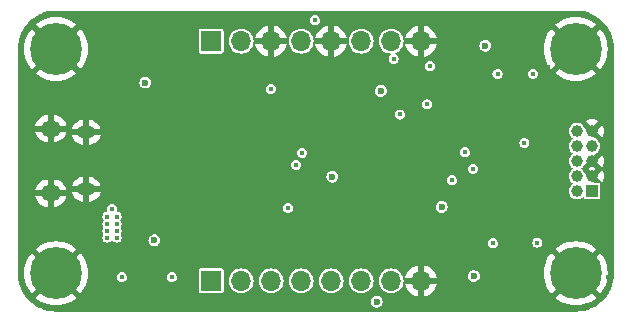
<source format=gbr>
%TF.GenerationSoftware,KiCad,Pcbnew,8.0.7*%
%TF.CreationDate,2025-01-26T16:55:51-08:00*%
%TF.ProjectId,servo-dev-board,73657276-6f2d-4646-9576-2d626f617264,rev?*%
%TF.SameCoordinates,Original*%
%TF.FileFunction,Copper,L2,Inr*%
%TF.FilePolarity,Positive*%
%FSLAX46Y46*%
G04 Gerber Fmt 4.6, Leading zero omitted, Abs format (unit mm)*
G04 Created by KiCad (PCBNEW 8.0.7) date 2025-01-26 16:55:51*
%MOMM*%
%LPD*%
G01*
G04 APERTURE LIST*
%TA.AperFunction,ComponentPad*%
%ADD10C,0.700000*%
%TD*%
%TA.AperFunction,ComponentPad*%
%ADD11C,4.400000*%
%TD*%
%TA.AperFunction,ComponentPad*%
%ADD12O,1.700000X1.350000*%
%TD*%
%TA.AperFunction,ComponentPad*%
%ADD13O,1.500000X1.100000*%
%TD*%
%TA.AperFunction,ComponentPad*%
%ADD14R,1.000000X1.000000*%
%TD*%
%TA.AperFunction,ComponentPad*%
%ADD15C,1.000000*%
%TD*%
%TA.AperFunction,ComponentPad*%
%ADD16R,1.700000X1.700000*%
%TD*%
%TA.AperFunction,ComponentPad*%
%ADD17O,1.700000X1.700000*%
%TD*%
%TA.AperFunction,ViaPad*%
%ADD18C,0.450000*%
%TD*%
%TA.AperFunction,ViaPad*%
%ADD19C,0.600000*%
%TD*%
G04 APERTURE END LIST*
D10*
%TO.N,GND*%
%TO.C,MH3*%
X160350000Y-110500000D03*
X160833274Y-109333274D03*
X160833274Y-111666726D03*
X162000000Y-108850000D03*
D11*
X162000000Y-110500000D03*
D10*
X162000000Y-112150000D03*
X163166726Y-109333274D03*
X163166726Y-111666726D03*
X163650000Y-110500000D03*
%TD*%
D12*
%TO.N,GND*%
%TO.C,J1*%
X117550000Y-98245000D03*
D13*
X120550000Y-98555000D03*
X120550000Y-103395000D03*
D12*
X117550000Y-103705000D03*
%TD*%
D10*
%TO.N,GND*%
%TO.C,MH1*%
X116350000Y-91500000D03*
X116833274Y-90333274D03*
X116833274Y-92666726D03*
X118000000Y-89850000D03*
D11*
X118000000Y-91500000D03*
D10*
X118000000Y-93150000D03*
X119166726Y-90333274D03*
X119166726Y-92666726D03*
X119650000Y-91500000D03*
%TD*%
D14*
%TO.N,+3V3*%
%TO.C,J5*%
X163370000Y-103540000D03*
D15*
%TO.N,/JTMS_SWDIO*%
X162100000Y-103540000D03*
%TO.N,GND*%
X163370000Y-102270000D03*
%TO.N,/JTCK_SWCLK*%
X162100000Y-102270000D03*
%TO.N,GND*%
X163370000Y-101000000D03*
%TO.N,/JTDO_SWO*%
X162100000Y-101000000D03*
%TO.N,unconnected-(J5-Pin_7-Pad7)*%
X163370000Y-99730000D03*
%TO.N,/JTDI*%
X162100000Y-99730000D03*
%TO.N,GND*%
X163370000Y-98460000D03*
%TO.N,/NJTRST*%
X162100000Y-98460000D03*
%TD*%
D10*
%TO.N,GND*%
%TO.C,MH4*%
X160348350Y-91501650D03*
X160831624Y-90334924D03*
X160831624Y-92668376D03*
X161998350Y-89851650D03*
D11*
X161998350Y-91501650D03*
D10*
X161998350Y-93151650D03*
X163165076Y-90334924D03*
X163165076Y-92668376D03*
X163648350Y-91501650D03*
%TD*%
%TO.N,GND*%
%TO.C,MH2*%
X116350000Y-110500000D03*
X116833274Y-109333274D03*
X116833274Y-111666726D03*
X118000000Y-108850000D03*
D11*
X118000000Y-110500000D03*
D10*
X118000000Y-112150000D03*
X119166726Y-109333274D03*
X119166726Y-111666726D03*
X119650000Y-110500000D03*
%TD*%
D16*
%TO.N,+5V*%
%TO.C,H2*%
X131125000Y-90850000D03*
D17*
%TO.N,+3V3*%
X133665000Y-90850000D03*
%TO.N,GND*%
X136205000Y-90850000D03*
%TO.N,/VREF*%
X138745000Y-90850000D03*
%TO.N,GND*%
X141285000Y-90850000D03*
%TO.N,/PB5*%
X143825000Y-90850000D03*
%TO.N,/PA12*%
X146365000Y-90850000D03*
%TO.N,GND*%
X148905000Y-90850000D03*
%TD*%
D16*
%TO.N,/PA2*%
%TO.C,H1*%
X131125000Y-111130000D03*
D17*
%TO.N,/PA3*%
X133665000Y-111130000D03*
%TO.N,/PA4*%
X136205000Y-111130000D03*
%TO.N,/PA5*%
X138745000Y-111130000D03*
%TO.N,/PA6*%
X141285000Y-111130000D03*
%TO.N,/PA7*%
X143825000Y-111130000D03*
%TO.N,/PB0*%
X146365000Y-111130000D03*
%TO.N,GND*%
X148905000Y-111130000D03*
%TD*%
D18*
%TO.N,+3V3*%
X122350000Y-105700000D03*
X122350000Y-106883332D03*
X158355000Y-93600000D03*
X122725000Y-105050000D03*
X122350000Y-107475000D03*
X123125000Y-106291666D03*
X123125000Y-107475000D03*
X155375000Y-93600000D03*
D19*
X125550000Y-94350000D03*
X126325000Y-107700000D03*
D18*
X123575000Y-110825000D03*
D19*
X150650000Y-104875000D03*
D18*
X127800000Y-110825000D03*
X123125000Y-105700000D03*
X123125000Y-106883332D03*
X122350000Y-106291666D03*
X158750000Y-107900000D03*
D19*
X153375000Y-110725000D03*
X141400000Y-102312500D03*
D18*
X154975000Y-107950000D03*
D19*
X154350000Y-91225000D03*
X145500000Y-95050000D03*
%TO.N,GND*%
X152850000Y-89625000D03*
D18*
X123259744Y-95749891D03*
X123265256Y-94449783D03*
X164690000Y-93070000D03*
X123625000Y-91200000D03*
X121510000Y-108310000D03*
D19*
X147100000Y-99900000D03*
D18*
X146910000Y-108310000D03*
X129059744Y-95125217D03*
X125334675Y-97123499D03*
X121510000Y-95610000D03*
X126286308Y-96519240D03*
X116430000Y-95610000D03*
X132050000Y-94100000D03*
X136750000Y-105770000D03*
D19*
X124900000Y-103625000D03*
D18*
X124025000Y-95100000D03*
D19*
X147075000Y-95050000D03*
D18*
X129070000Y-98760000D03*
X126590000Y-100690000D03*
X136750000Y-108310000D03*
D19*
X130275000Y-95950000D03*
D18*
X124050000Y-108310000D03*
X123265256Y-96399945D03*
X129069488Y-95766883D03*
X118970000Y-100690000D03*
D19*
X123750000Y-100250000D03*
D18*
X124050000Y-105770000D03*
X123250000Y-95099837D03*
D19*
X147100000Y-101700000D03*
X142900000Y-102725000D03*
D18*
X159610000Y-95610000D03*
X127540256Y-96408549D03*
D19*
X156900000Y-112275000D03*
D18*
X162150000Y-95610000D03*
X118970000Y-105770000D03*
X159610000Y-93070000D03*
D19*
X155350000Y-110725000D03*
D18*
X128309744Y-95766883D03*
D19*
X143500000Y-95450000D03*
D18*
X128260000Y-98750000D03*
X121510000Y-93070000D03*
X151990000Y-110850000D03*
D19*
X125000000Y-100350000D03*
D18*
X157070000Y-95610000D03*
X128315256Y-96408549D03*
X134210000Y-95610000D03*
X127550000Y-97050217D03*
X129075000Y-96408549D03*
X128300000Y-95125217D03*
X134210000Y-105770000D03*
D19*
X124150000Y-104625000D03*
X119100000Y-102300000D03*
D18*
X164690000Y-95610000D03*
X164690000Y-105770000D03*
X164690000Y-108310000D03*
X151990000Y-108310000D03*
X129130000Y-103230000D03*
D19*
X117280000Y-100015000D03*
D18*
X124034744Y-95750000D03*
X129084744Y-97050217D03*
X126590000Y-93070000D03*
X164690000Y-110850000D03*
X129130000Y-100690000D03*
D19*
X130275000Y-106050000D03*
D18*
X118970000Y-95610000D03*
D19*
X139100000Y-98800000D03*
X145900000Y-98325000D03*
D18*
X121510000Y-110850000D03*
X154530000Y-105770000D03*
D19*
X143900000Y-102725000D03*
D18*
X124040256Y-96400000D03*
X128325000Y-97050217D03*
X126296855Y-97137496D03*
D19*
X123100000Y-99600000D03*
D18*
X127470000Y-98750000D03*
X122300000Y-90075000D03*
D19*
X148900000Y-99900000D03*
D18*
X154530000Y-95610000D03*
D19*
X149700000Y-104875000D03*
D18*
X129130000Y-105770000D03*
X151990000Y-105770000D03*
X126590000Y-103230000D03*
X155875000Y-103175000D03*
X159610000Y-105770000D03*
X127534744Y-95766883D03*
D19*
X117280000Y-101935000D03*
D18*
X126590000Y-110850000D03*
D19*
X131650000Y-101000000D03*
D18*
X136750000Y-103230000D03*
D19*
X135725000Y-101000000D03*
D18*
X123275000Y-97050000D03*
X151990000Y-93070000D03*
X149450000Y-108310000D03*
D19*
X147950000Y-100737500D03*
X153375000Y-91200000D03*
D18*
X164690000Y-98150000D03*
D19*
X133700000Y-101525000D03*
D18*
X124025000Y-94450000D03*
X164690000Y-100690000D03*
X124050000Y-97050000D03*
D19*
X156900000Y-89650000D03*
X148900000Y-101700000D03*
D18*
X129130000Y-108310000D03*
X139290000Y-103230000D03*
D19*
X123450000Y-104000000D03*
X150000000Y-103175000D03*
D18*
X122300000Y-111925000D03*
X116430000Y-105770000D03*
D19*
X125325000Y-106400000D03*
X152850000Y-112325000D03*
D18*
X127775000Y-91200000D03*
X129130000Y-110850000D03*
X136750000Y-98150000D03*
X162150000Y-105770000D03*
X121300000Y-111975000D03*
X125324931Y-96523282D03*
%TO.N,/NRST*%
X138825000Y-100300000D03*
X139925000Y-89075000D03*
D19*
%TO.N,/BOOT0*%
X145150000Y-112900000D03*
D18*
X147098067Y-97048067D03*
%TO.N,/VREF*%
X138325000Y-101312500D03*
%TO.N,/JTDI*%
X157650000Y-99450000D03*
%TO.N,/PA12*%
X152600000Y-100250000D03*
%TO.N,/PB5*%
X149400000Y-96200000D03*
%TO.N,/ISNS*%
X137625000Y-104975000D03*
X136175000Y-94900000D03*
%TO.N,/PWM1*%
X151500000Y-102625000D03*
X146575000Y-92350000D03*
%TO.N,/PWM2*%
X149675000Y-92975000D03*
X153275000Y-101650000D03*
%TD*%
%TA.AperFunction,Conductor*%
%TO.N,GND*%
G36*
X162001278Y-88250567D02*
G01*
X162337108Y-88268167D01*
X162342190Y-88268701D01*
X162673080Y-88321108D01*
X162678092Y-88322174D01*
X163001673Y-88408878D01*
X163006545Y-88410461D01*
X163319295Y-88530514D01*
X163323971Y-88532596D01*
X163584381Y-88665281D01*
X163622462Y-88684684D01*
X163626900Y-88687246D01*
X163907859Y-88869703D01*
X163911996Y-88872709D01*
X164035213Y-88972488D01*
X164172347Y-89083537D01*
X164176158Y-89086969D01*
X164413030Y-89323841D01*
X164416462Y-89327652D01*
X164618030Y-89576568D01*
X164627285Y-89587996D01*
X164630300Y-89592146D01*
X164812751Y-89873096D01*
X164815315Y-89877537D01*
X164967401Y-90176023D01*
X164969487Y-90180709D01*
X165089537Y-90493451D01*
X165091122Y-90498329D01*
X165177824Y-90821904D01*
X165178891Y-90826921D01*
X165231297Y-91157799D01*
X165231833Y-91162899D01*
X165249433Y-91498720D01*
X165249500Y-91501285D01*
X165249500Y-110498714D01*
X165249433Y-110501279D01*
X165231833Y-110837100D01*
X165231297Y-110842200D01*
X165178891Y-111173078D01*
X165177824Y-111178095D01*
X165091122Y-111501670D01*
X165089537Y-111506548D01*
X164969487Y-111819290D01*
X164967401Y-111823976D01*
X164815315Y-112122462D01*
X164812751Y-112126903D01*
X164630300Y-112407853D01*
X164627285Y-112412003D01*
X164416462Y-112672347D01*
X164413030Y-112676158D01*
X164176158Y-112913030D01*
X164172347Y-112916462D01*
X163912003Y-113127285D01*
X163907853Y-113130300D01*
X163626903Y-113312751D01*
X163622462Y-113315315D01*
X163323976Y-113467401D01*
X163319290Y-113469487D01*
X163006548Y-113589537D01*
X163001670Y-113591122D01*
X162678095Y-113677824D01*
X162673078Y-113678891D01*
X162342200Y-113731297D01*
X162337100Y-113731833D01*
X162022866Y-113748301D01*
X162001277Y-113749433D01*
X161998714Y-113749500D01*
X118001286Y-113749500D01*
X117998722Y-113749433D01*
X117974319Y-113748154D01*
X117662899Y-113731833D01*
X117657799Y-113731297D01*
X117326921Y-113678891D01*
X117321904Y-113677824D01*
X116998329Y-113591122D01*
X116993451Y-113589537D01*
X116680709Y-113469487D01*
X116676023Y-113467401D01*
X116377537Y-113315315D01*
X116373096Y-113312751D01*
X116092146Y-113130300D01*
X116087996Y-113127285D01*
X115983242Y-113042457D01*
X115827652Y-112916462D01*
X115823841Y-112913030D01*
X115586969Y-112676158D01*
X115583537Y-112672347D01*
X115546512Y-112626625D01*
X115372709Y-112411996D01*
X115369703Y-112407859D01*
X115187246Y-112126900D01*
X115184684Y-112122462D01*
X115140925Y-112036580D01*
X115032596Y-111823971D01*
X115030512Y-111819290D01*
X115026020Y-111807589D01*
X114910461Y-111506545D01*
X114908877Y-111501670D01*
X114876275Y-111380000D01*
X114822174Y-111178092D01*
X114821108Y-111173078D01*
X114806083Y-111078213D01*
X114768701Y-110842190D01*
X114768167Y-110837108D01*
X114750567Y-110501278D01*
X114750534Y-110500000D01*
X115295065Y-110500000D01*
X115314787Y-110826044D01*
X115314789Y-110826056D01*
X115373663Y-111147322D01*
X115373669Y-111147348D01*
X115470838Y-111459172D01*
X115470846Y-111459194D01*
X115604899Y-111757045D01*
X115773882Y-112036579D01*
X115773883Y-112036580D01*
X115921475Y-112224968D01*
X115921476Y-112224968D01*
X117063708Y-111082735D01*
X117160967Y-111216602D01*
X117283398Y-111339033D01*
X117417262Y-111436290D01*
X116275030Y-112578522D01*
X116275030Y-112578523D01*
X116463419Y-112726116D01*
X116463420Y-112726117D01*
X116742954Y-112895100D01*
X117040805Y-113029153D01*
X117040827Y-113029161D01*
X117352651Y-113126330D01*
X117352677Y-113126336D01*
X117673943Y-113185210D01*
X117673955Y-113185212D01*
X118000000Y-113204934D01*
X118326044Y-113185212D01*
X118326056Y-113185210D01*
X118647322Y-113126336D01*
X118647348Y-113126330D01*
X118959172Y-113029161D01*
X118959194Y-113029153D01*
X119246164Y-112899997D01*
X144644353Y-112899997D01*
X144644353Y-112900002D01*
X144664833Y-113042454D01*
X144696935Y-113112746D01*
X144724623Y-113173373D01*
X144724624Y-113173374D01*
X144724625Y-113173376D01*
X144818871Y-113282142D01*
X144818872Y-113282143D01*
X144939947Y-113359953D01*
X145016785Y-113382514D01*
X145078034Y-113400499D01*
X145078037Y-113400499D01*
X145078039Y-113400500D01*
X145078040Y-113400500D01*
X145221960Y-113400500D01*
X145221961Y-113400500D01*
X145221963Y-113400499D01*
X145221965Y-113400499D01*
X145244795Y-113393795D01*
X145360053Y-113359953D01*
X145481128Y-113282143D01*
X145575377Y-113173373D01*
X145635165Y-113042457D01*
X145635165Y-113042455D01*
X145635166Y-113042454D01*
X145655647Y-112900002D01*
X145655647Y-112899997D01*
X145635166Y-112757545D01*
X145620813Y-112726117D01*
X145575377Y-112626627D01*
X145481128Y-112517857D01*
X145360053Y-112440047D01*
X145360050Y-112440046D01*
X145221965Y-112399500D01*
X145221961Y-112399500D01*
X145078039Y-112399500D01*
X145078034Y-112399500D01*
X144939949Y-112440046D01*
X144818871Y-112517857D01*
X144724625Y-112626623D01*
X144724624Y-112626625D01*
X144664833Y-112757545D01*
X144644353Y-112899997D01*
X119246164Y-112899997D01*
X119257045Y-112895100D01*
X119536579Y-112726117D01*
X119536580Y-112726116D01*
X119724968Y-112578523D01*
X119724968Y-112578522D01*
X118582736Y-111436290D01*
X118716602Y-111339033D01*
X118839033Y-111216602D01*
X118936290Y-111082736D01*
X120078522Y-112224968D01*
X120078523Y-112224968D01*
X120226116Y-112036580D01*
X120226117Y-112036579D01*
X120395100Y-111757045D01*
X120529153Y-111459194D01*
X120529161Y-111459172D01*
X120626330Y-111147348D01*
X120626336Y-111147322D01*
X120685210Y-110826056D01*
X120685212Y-110826044D01*
X120685275Y-110825000D01*
X123144196Y-110825000D01*
X123165281Y-110958126D01*
X123165281Y-110958127D01*
X123165282Y-110958128D01*
X123226467Y-111078213D01*
X123226472Y-111078220D01*
X123321779Y-111173527D01*
X123321786Y-111173532D01*
X123401842Y-111214322D01*
X123441874Y-111234719D01*
X123575000Y-111255804D01*
X123708126Y-111234719D01*
X123791420Y-111192278D01*
X123828213Y-111173532D01*
X123828215Y-111173530D01*
X123828220Y-111173528D01*
X123923528Y-111078220D01*
X123984719Y-110958126D01*
X124005804Y-110825000D01*
X127369196Y-110825000D01*
X127390281Y-110958126D01*
X127390281Y-110958127D01*
X127390282Y-110958128D01*
X127451467Y-111078213D01*
X127451472Y-111078220D01*
X127546779Y-111173527D01*
X127546786Y-111173532D01*
X127626842Y-111214322D01*
X127666874Y-111234719D01*
X127800000Y-111255804D01*
X127933126Y-111234719D01*
X128016420Y-111192278D01*
X128053213Y-111173532D01*
X128053215Y-111173530D01*
X128053220Y-111173528D01*
X128148528Y-111078220D01*
X128209719Y-110958126D01*
X128230804Y-110825000D01*
X128209719Y-110691874D01*
X128178193Y-110630000D01*
X128148532Y-110571786D01*
X128148527Y-110571779D01*
X128053220Y-110476472D01*
X128053213Y-110476467D01*
X127933128Y-110415282D01*
X127933127Y-110415281D01*
X127933126Y-110415281D01*
X127800000Y-110394196D01*
X127666874Y-110415281D01*
X127666872Y-110415281D01*
X127666871Y-110415282D01*
X127546786Y-110476467D01*
X127546779Y-110476472D01*
X127451472Y-110571779D01*
X127451467Y-110571786D01*
X127390282Y-110691871D01*
X127390281Y-110691872D01*
X127390281Y-110691874D01*
X127369196Y-110825000D01*
X124005804Y-110825000D01*
X123984719Y-110691874D01*
X123953193Y-110630000D01*
X123923532Y-110571786D01*
X123923527Y-110571779D01*
X123828220Y-110476472D01*
X123828213Y-110476467D01*
X123708128Y-110415282D01*
X123708127Y-110415281D01*
X123708126Y-110415281D01*
X123575000Y-110394196D01*
X123441874Y-110415281D01*
X123441872Y-110415281D01*
X123441871Y-110415282D01*
X123321786Y-110476467D01*
X123321779Y-110476472D01*
X123226472Y-110571779D01*
X123226467Y-110571786D01*
X123165282Y-110691871D01*
X123165281Y-110691872D01*
X123165281Y-110691874D01*
X123144196Y-110825000D01*
X120685275Y-110825000D01*
X120704934Y-110500000D01*
X120690432Y-110260252D01*
X130074500Y-110260252D01*
X130074500Y-111999748D01*
X130086133Y-112058231D01*
X130103882Y-112084795D01*
X130130447Y-112124552D01*
X130133966Y-112126903D01*
X130196769Y-112168867D01*
X130255252Y-112180500D01*
X130255255Y-112180500D01*
X131994745Y-112180500D01*
X131994748Y-112180500D01*
X132053231Y-112168867D01*
X132119552Y-112124552D01*
X132163867Y-112058231D01*
X132175500Y-111999748D01*
X132175500Y-111130000D01*
X132609417Y-111130000D01*
X132629700Y-111335934D01*
X132689768Y-111533954D01*
X132787315Y-111716450D01*
X132918590Y-111876410D01*
X133078550Y-112007685D01*
X133261046Y-112105232D01*
X133459066Y-112165300D01*
X133665000Y-112185583D01*
X133870934Y-112165300D01*
X134068954Y-112105232D01*
X134251450Y-112007685D01*
X134411410Y-111876410D01*
X134542685Y-111716450D01*
X134640232Y-111533954D01*
X134700300Y-111335934D01*
X134720583Y-111130000D01*
X135149417Y-111130000D01*
X135169700Y-111335934D01*
X135229768Y-111533954D01*
X135327315Y-111716450D01*
X135458590Y-111876410D01*
X135618550Y-112007685D01*
X135801046Y-112105232D01*
X135999066Y-112165300D01*
X136205000Y-112185583D01*
X136410934Y-112165300D01*
X136608954Y-112105232D01*
X136791450Y-112007685D01*
X136951410Y-111876410D01*
X137082685Y-111716450D01*
X137180232Y-111533954D01*
X137240300Y-111335934D01*
X137260583Y-111130000D01*
X137689417Y-111130000D01*
X137709700Y-111335934D01*
X137769768Y-111533954D01*
X137867315Y-111716450D01*
X137998590Y-111876410D01*
X138158550Y-112007685D01*
X138341046Y-112105232D01*
X138539066Y-112165300D01*
X138745000Y-112185583D01*
X138950934Y-112165300D01*
X139148954Y-112105232D01*
X139331450Y-112007685D01*
X139491410Y-111876410D01*
X139622685Y-111716450D01*
X139720232Y-111533954D01*
X139780300Y-111335934D01*
X139800583Y-111130000D01*
X140229417Y-111130000D01*
X140249700Y-111335934D01*
X140309768Y-111533954D01*
X140407315Y-111716450D01*
X140538590Y-111876410D01*
X140698550Y-112007685D01*
X140881046Y-112105232D01*
X141079066Y-112165300D01*
X141285000Y-112185583D01*
X141490934Y-112165300D01*
X141688954Y-112105232D01*
X141871450Y-112007685D01*
X142031410Y-111876410D01*
X142162685Y-111716450D01*
X142260232Y-111533954D01*
X142320300Y-111335934D01*
X142340583Y-111130000D01*
X142769417Y-111130000D01*
X142789700Y-111335934D01*
X142849768Y-111533954D01*
X142947315Y-111716450D01*
X143078590Y-111876410D01*
X143238550Y-112007685D01*
X143421046Y-112105232D01*
X143619066Y-112165300D01*
X143825000Y-112185583D01*
X144030934Y-112165300D01*
X144228954Y-112105232D01*
X144411450Y-112007685D01*
X144571410Y-111876410D01*
X144702685Y-111716450D01*
X144800232Y-111533954D01*
X144860300Y-111335934D01*
X144880583Y-111130000D01*
X145309417Y-111130000D01*
X145329700Y-111335934D01*
X145389768Y-111533954D01*
X145487315Y-111716450D01*
X145618590Y-111876410D01*
X145778550Y-112007685D01*
X145961046Y-112105232D01*
X146159066Y-112165300D01*
X146365000Y-112185583D01*
X146570934Y-112165300D01*
X146768954Y-112105232D01*
X146951450Y-112007685D01*
X147111410Y-111876410D01*
X147242685Y-111716450D01*
X147340232Y-111533954D01*
X147400300Y-111335934D01*
X147420583Y-111130000D01*
X147400300Y-110924066D01*
X147386933Y-110879999D01*
X147574363Y-110879999D01*
X147574364Y-110880000D01*
X148471988Y-110880000D01*
X148439075Y-110937007D01*
X148405000Y-111064174D01*
X148405000Y-111195826D01*
X148439075Y-111322993D01*
X148471988Y-111380000D01*
X147574363Y-111380000D01*
X147631566Y-111593483D01*
X147631568Y-111593488D01*
X147731398Y-111807577D01*
X147731405Y-111807589D01*
X147866885Y-112001072D01*
X147866891Y-112001079D01*
X148033920Y-112168108D01*
X148033927Y-112168114D01*
X148227410Y-112303594D01*
X148227422Y-112303601D01*
X148441511Y-112403431D01*
X148441516Y-112403433D01*
X148655000Y-112460634D01*
X148655000Y-111563012D01*
X148712007Y-111595925D01*
X148839174Y-111630000D01*
X148970826Y-111630000D01*
X149097993Y-111595925D01*
X149155000Y-111563012D01*
X149155000Y-112460634D01*
X149368483Y-112403433D01*
X149368488Y-112403431D01*
X149582577Y-112303601D01*
X149582589Y-112303594D01*
X149776072Y-112168114D01*
X149776079Y-112168108D01*
X149943108Y-112001079D01*
X149943114Y-112001072D01*
X150078594Y-111807589D01*
X150078601Y-111807577D01*
X150178431Y-111593488D01*
X150178433Y-111593483D01*
X150235636Y-111380000D01*
X149338012Y-111380000D01*
X149370925Y-111322993D01*
X149405000Y-111195826D01*
X149405000Y-111064174D01*
X149370925Y-110937007D01*
X149338012Y-110880000D01*
X150235636Y-110880000D01*
X150235636Y-110879999D01*
X150194103Y-110724997D01*
X152869353Y-110724997D01*
X152869353Y-110725002D01*
X152889833Y-110867454D01*
X152895563Y-110880000D01*
X152949623Y-110998373D01*
X152949624Y-110998374D01*
X152949625Y-110998376D01*
X153018804Y-111078213D01*
X153043872Y-111107143D01*
X153164947Y-111184953D01*
X153241785Y-111207514D01*
X153303034Y-111225499D01*
X153303037Y-111225499D01*
X153303039Y-111225500D01*
X153303040Y-111225500D01*
X153446960Y-111225500D01*
X153446961Y-111225500D01*
X153446963Y-111225499D01*
X153446965Y-111225499D01*
X153477265Y-111216602D01*
X153585053Y-111184953D01*
X153706128Y-111107143D01*
X153800377Y-110998373D01*
X153860165Y-110867457D01*
X153860165Y-110867455D01*
X153860166Y-110867454D01*
X153880647Y-110725002D01*
X153880647Y-110724997D01*
X153860166Y-110582545D01*
X153842356Y-110543548D01*
X153822468Y-110500000D01*
X159295065Y-110500000D01*
X159314787Y-110826044D01*
X159314789Y-110826056D01*
X159373663Y-111147322D01*
X159373669Y-111147348D01*
X159470838Y-111459172D01*
X159470846Y-111459194D01*
X159604899Y-111757045D01*
X159773882Y-112036579D01*
X159773883Y-112036580D01*
X159921475Y-112224968D01*
X159921476Y-112224968D01*
X161063708Y-111082736D01*
X161160967Y-111216602D01*
X161283398Y-111339033D01*
X161417262Y-111436290D01*
X160275030Y-112578522D01*
X160275030Y-112578523D01*
X160463419Y-112726116D01*
X160463420Y-112726117D01*
X160742954Y-112895100D01*
X161040805Y-113029153D01*
X161040827Y-113029161D01*
X161352651Y-113126330D01*
X161352677Y-113126336D01*
X161673943Y-113185210D01*
X161673955Y-113185212D01*
X162000000Y-113204934D01*
X162326044Y-113185212D01*
X162326056Y-113185210D01*
X162647322Y-113126336D01*
X162647348Y-113126330D01*
X162959172Y-113029161D01*
X162959194Y-113029153D01*
X163257045Y-112895100D01*
X163536579Y-112726117D01*
X163536580Y-112726116D01*
X163724968Y-112578523D01*
X163724968Y-112578522D01*
X162582736Y-111436290D01*
X162716602Y-111339033D01*
X162839033Y-111216602D01*
X162936290Y-111082736D01*
X164078522Y-112224968D01*
X164078523Y-112224968D01*
X164226116Y-112036580D01*
X164226117Y-112036579D01*
X164395100Y-111757045D01*
X164529153Y-111459194D01*
X164529161Y-111459172D01*
X164626330Y-111147348D01*
X164626336Y-111147322D01*
X164685210Y-110826056D01*
X164685212Y-110826044D01*
X164704934Y-110500000D01*
X164685212Y-110173955D01*
X164685210Y-110173943D01*
X164626336Y-109852677D01*
X164626330Y-109852651D01*
X164529161Y-109540827D01*
X164529153Y-109540805D01*
X164395100Y-109242954D01*
X164226117Y-108963420D01*
X164226116Y-108963419D01*
X164078523Y-108775030D01*
X164078522Y-108775030D01*
X162936290Y-109917262D01*
X162839033Y-109783398D01*
X162716602Y-109660967D01*
X162582735Y-109563708D01*
X163724968Y-108421476D01*
X163724968Y-108421475D01*
X163536580Y-108273883D01*
X163536579Y-108273882D01*
X163257045Y-108104899D01*
X162959194Y-107970846D01*
X162959172Y-107970838D01*
X162647348Y-107873669D01*
X162647322Y-107873663D01*
X162326056Y-107814789D01*
X162326044Y-107814787D01*
X162000000Y-107795065D01*
X161673955Y-107814787D01*
X161673943Y-107814789D01*
X161352677Y-107873663D01*
X161352651Y-107873669D01*
X161040827Y-107970838D01*
X161040805Y-107970846D01*
X160742954Y-108104899D01*
X160463420Y-108273882D01*
X160463419Y-108273883D01*
X160275030Y-108421475D01*
X160275030Y-108421476D01*
X161417263Y-109563709D01*
X161283398Y-109660967D01*
X161160967Y-109783398D01*
X161063709Y-109917262D01*
X159921476Y-108775030D01*
X159921475Y-108775030D01*
X159773883Y-108963419D01*
X159773882Y-108963420D01*
X159604899Y-109242954D01*
X159470846Y-109540805D01*
X159470838Y-109540827D01*
X159373669Y-109852651D01*
X159373663Y-109852677D01*
X159314789Y-110173943D01*
X159314787Y-110173955D01*
X159295065Y-110500000D01*
X153822468Y-110500000D01*
X153800377Y-110451627D01*
X153768883Y-110415281D01*
X153706128Y-110342857D01*
X153585053Y-110265047D01*
X153585050Y-110265046D01*
X153446965Y-110224500D01*
X153446961Y-110224500D01*
X153303039Y-110224500D01*
X153303034Y-110224500D01*
X153164949Y-110265046D01*
X153043871Y-110342857D01*
X152949625Y-110451623D01*
X152949624Y-110451625D01*
X152949623Y-110451626D01*
X152949623Y-110451627D01*
X152945209Y-110461290D01*
X152889833Y-110582545D01*
X152869353Y-110724997D01*
X150194103Y-110724997D01*
X150178433Y-110666516D01*
X150178432Y-110666511D01*
X150078601Y-110452423D01*
X150078594Y-110452411D01*
X149943114Y-110258927D01*
X149943108Y-110258920D01*
X149776079Y-110091891D01*
X149776072Y-110091885D01*
X149582589Y-109956405D01*
X149582577Y-109956398D01*
X149368488Y-109856568D01*
X149368483Y-109856566D01*
X149155000Y-109799363D01*
X149155000Y-110696988D01*
X149097993Y-110664075D01*
X148970826Y-110630000D01*
X148839174Y-110630000D01*
X148712007Y-110664075D01*
X148655000Y-110696988D01*
X148655000Y-109799363D01*
X148654999Y-109799363D01*
X148441516Y-109856566D01*
X148441511Y-109856567D01*
X148227423Y-109956398D01*
X148227411Y-109956405D01*
X148033927Y-110091885D01*
X148033920Y-110091891D01*
X147866891Y-110258920D01*
X147866885Y-110258927D01*
X147731405Y-110452411D01*
X147731398Y-110452423D01*
X147631567Y-110666511D01*
X147631566Y-110666516D01*
X147574363Y-110879999D01*
X147386933Y-110879999D01*
X147340232Y-110726046D01*
X147242685Y-110543550D01*
X147111410Y-110383590D01*
X146951450Y-110252315D01*
X146768954Y-110154768D01*
X146570934Y-110094700D01*
X146365000Y-110074417D01*
X146159065Y-110094700D01*
X146159064Y-110094700D01*
X145961043Y-110154769D01*
X145778548Y-110252316D01*
X145618590Y-110383590D01*
X145487316Y-110543548D01*
X145389769Y-110726043D01*
X145329700Y-110924064D01*
X145329700Y-110924065D01*
X145329700Y-110924066D01*
X145309417Y-111130000D01*
X144880583Y-111130000D01*
X144860300Y-110924066D01*
X144800232Y-110726046D01*
X144702685Y-110543550D01*
X144571410Y-110383590D01*
X144411450Y-110252315D01*
X144228954Y-110154768D01*
X144030934Y-110094700D01*
X143825000Y-110074417D01*
X143619065Y-110094700D01*
X143619064Y-110094700D01*
X143421043Y-110154769D01*
X143238548Y-110252316D01*
X143078590Y-110383590D01*
X142947316Y-110543548D01*
X142849769Y-110726043D01*
X142789700Y-110924064D01*
X142789700Y-110924065D01*
X142789700Y-110924066D01*
X142769417Y-111130000D01*
X142340583Y-111130000D01*
X142320300Y-110924066D01*
X142260232Y-110726046D01*
X142162685Y-110543550D01*
X142031410Y-110383590D01*
X141871450Y-110252315D01*
X141688954Y-110154768D01*
X141490934Y-110094700D01*
X141285000Y-110074417D01*
X141079065Y-110094700D01*
X141079064Y-110094700D01*
X140881043Y-110154769D01*
X140698548Y-110252316D01*
X140538590Y-110383590D01*
X140407316Y-110543548D01*
X140309769Y-110726043D01*
X140249700Y-110924064D01*
X140249700Y-110924065D01*
X140249700Y-110924066D01*
X140229417Y-111130000D01*
X139800583Y-111130000D01*
X139780300Y-110924066D01*
X139720232Y-110726046D01*
X139622685Y-110543550D01*
X139491410Y-110383590D01*
X139331450Y-110252315D01*
X139148954Y-110154768D01*
X138950934Y-110094700D01*
X138745000Y-110074417D01*
X138539065Y-110094700D01*
X138539064Y-110094700D01*
X138341043Y-110154769D01*
X138158548Y-110252316D01*
X137998590Y-110383590D01*
X137867316Y-110543548D01*
X137769769Y-110726043D01*
X137709700Y-110924064D01*
X137709700Y-110924065D01*
X137709700Y-110924066D01*
X137689417Y-111130000D01*
X137260583Y-111130000D01*
X137240300Y-110924066D01*
X137180232Y-110726046D01*
X137082685Y-110543550D01*
X136951410Y-110383590D01*
X136791450Y-110252315D01*
X136608954Y-110154768D01*
X136410934Y-110094700D01*
X136205000Y-110074417D01*
X135999065Y-110094700D01*
X135999064Y-110094700D01*
X135801043Y-110154769D01*
X135618548Y-110252316D01*
X135458590Y-110383590D01*
X135327316Y-110543548D01*
X135229769Y-110726043D01*
X135169700Y-110924064D01*
X135169700Y-110924065D01*
X135169700Y-110924066D01*
X135149417Y-111130000D01*
X134720583Y-111130000D01*
X134700300Y-110924066D01*
X134640232Y-110726046D01*
X134542685Y-110543550D01*
X134411410Y-110383590D01*
X134251450Y-110252315D01*
X134068954Y-110154768D01*
X133870934Y-110094700D01*
X133665000Y-110074417D01*
X133459065Y-110094700D01*
X133459064Y-110094700D01*
X133261043Y-110154769D01*
X133078548Y-110252316D01*
X132918590Y-110383590D01*
X132787316Y-110543548D01*
X132689769Y-110726043D01*
X132629700Y-110924064D01*
X132629700Y-110924065D01*
X132629700Y-110924066D01*
X132609417Y-111130000D01*
X132175500Y-111130000D01*
X132175500Y-110260252D01*
X132163867Y-110201769D01*
X132132462Y-110154769D01*
X132119552Y-110135447D01*
X132058569Y-110094700D01*
X132053231Y-110091133D01*
X131994748Y-110079500D01*
X130255252Y-110079500D01*
X130196769Y-110091133D01*
X130130447Y-110135447D01*
X130086133Y-110201769D01*
X130074500Y-110260252D01*
X120690432Y-110260252D01*
X120685212Y-110173955D01*
X120685210Y-110173943D01*
X120626336Y-109852677D01*
X120626330Y-109852651D01*
X120529161Y-109540827D01*
X120529153Y-109540805D01*
X120395100Y-109242954D01*
X120226117Y-108963420D01*
X120226116Y-108963419D01*
X120078523Y-108775030D01*
X120078522Y-108775030D01*
X118936290Y-109917262D01*
X118839033Y-109783398D01*
X118716602Y-109660967D01*
X118582735Y-109563708D01*
X119724968Y-108421476D01*
X119724968Y-108421475D01*
X119536580Y-108273883D01*
X119536579Y-108273882D01*
X119257045Y-108104899D01*
X118959194Y-107970846D01*
X118959172Y-107970838D01*
X118647348Y-107873669D01*
X118647322Y-107873663D01*
X118326056Y-107814789D01*
X118326044Y-107814787D01*
X118000000Y-107795065D01*
X117673955Y-107814787D01*
X117673943Y-107814789D01*
X117352677Y-107873663D01*
X117352651Y-107873669D01*
X117040827Y-107970838D01*
X117040805Y-107970846D01*
X116742954Y-108104899D01*
X116463420Y-108273882D01*
X116463419Y-108273883D01*
X116275030Y-108421475D01*
X116275030Y-108421476D01*
X117417263Y-109563709D01*
X117283398Y-109660967D01*
X117160967Y-109783398D01*
X117063709Y-109917263D01*
X115921476Y-108775030D01*
X115921475Y-108775030D01*
X115773883Y-108963419D01*
X115773882Y-108963420D01*
X115604899Y-109242954D01*
X115470846Y-109540805D01*
X115470838Y-109540827D01*
X115373669Y-109852651D01*
X115373663Y-109852677D01*
X115314789Y-110173943D01*
X115314787Y-110173955D01*
X115295065Y-110500000D01*
X114750534Y-110500000D01*
X114750500Y-110498714D01*
X114750500Y-105700000D01*
X121919196Y-105700000D01*
X121940281Y-105833126D01*
X121940281Y-105833127D01*
X121940282Y-105833128D01*
X122001467Y-105953213D01*
X122001472Y-105953220D01*
X122009437Y-105961185D01*
X122023789Y-105995833D01*
X122009437Y-106030481D01*
X122001472Y-106038445D01*
X122001467Y-106038452D01*
X121940282Y-106158537D01*
X121940281Y-106158538D01*
X121940281Y-106158540D01*
X121919196Y-106291666D01*
X121940281Y-106424792D01*
X121940281Y-106424793D01*
X121940282Y-106424794D01*
X122001467Y-106544879D01*
X122001472Y-106544886D01*
X122009437Y-106552851D01*
X122023789Y-106587499D01*
X122009437Y-106622147D01*
X122001472Y-106630111D01*
X122001467Y-106630118D01*
X121940282Y-106750203D01*
X121940281Y-106750204D01*
X121940281Y-106750206D01*
X121919196Y-106883332D01*
X121940281Y-107016458D01*
X121940281Y-107016459D01*
X121940282Y-107016460D01*
X122001467Y-107136545D01*
X122001472Y-107136552D01*
X122009438Y-107144518D01*
X122023790Y-107179166D01*
X122009438Y-107213814D01*
X122001472Y-107221779D01*
X122001467Y-107221786D01*
X121940282Y-107341871D01*
X121940281Y-107341872D01*
X121940281Y-107341874D01*
X121919196Y-107475000D01*
X121940281Y-107608126D01*
X121940281Y-107608127D01*
X121940282Y-107608128D01*
X122001467Y-107728213D01*
X122001472Y-107728220D01*
X122096779Y-107823527D01*
X122096786Y-107823532D01*
X122176842Y-107864322D01*
X122216874Y-107884719D01*
X122350000Y-107905804D01*
X122483126Y-107884719D01*
X122566420Y-107842278D01*
X122603213Y-107823532D01*
X122603215Y-107823530D01*
X122603220Y-107823528D01*
X122698528Y-107728220D01*
X122698528Y-107728219D01*
X122701255Y-107725493D01*
X122702226Y-107726464D01*
X122729836Y-107709546D01*
X122766302Y-107718302D01*
X122773619Y-107725619D01*
X122773745Y-107725493D01*
X122871779Y-107823527D01*
X122871786Y-107823532D01*
X122951842Y-107864322D01*
X122991874Y-107884719D01*
X123125000Y-107905804D01*
X123258126Y-107884719D01*
X123341420Y-107842278D01*
X123378213Y-107823532D01*
X123378215Y-107823530D01*
X123378220Y-107823528D01*
X123473528Y-107728220D01*
X123474854Y-107725619D01*
X123487909Y-107699997D01*
X125819353Y-107699997D01*
X125819353Y-107700002D01*
X125839833Y-107842454D01*
X125866114Y-107900000D01*
X125899623Y-107973373D01*
X125899624Y-107973374D01*
X125899625Y-107973376D01*
X125993871Y-108082142D01*
X125993872Y-108082143D01*
X126114947Y-108159953D01*
X126191785Y-108182514D01*
X126253034Y-108200499D01*
X126253037Y-108200499D01*
X126253039Y-108200500D01*
X126253040Y-108200500D01*
X126396960Y-108200500D01*
X126396961Y-108200500D01*
X126396963Y-108200499D01*
X126396965Y-108200499D01*
X126419795Y-108193795D01*
X126535053Y-108159953D01*
X126656128Y-108082143D01*
X126750377Y-107973373D01*
X126761051Y-107950000D01*
X154544196Y-107950000D01*
X154565281Y-108083126D01*
X154565281Y-108083127D01*
X154565282Y-108083128D01*
X154626467Y-108203213D01*
X154626472Y-108203220D01*
X154721779Y-108298527D01*
X154721786Y-108298532D01*
X154785123Y-108330803D01*
X154841874Y-108359719D01*
X154975000Y-108380804D01*
X155108126Y-108359719D01*
X155191420Y-108317278D01*
X155228213Y-108298532D01*
X155228215Y-108298530D01*
X155228220Y-108298528D01*
X155323528Y-108203220D01*
X155324915Y-108200499D01*
X155349008Y-108153213D01*
X155384719Y-108083126D01*
X155405804Y-107950000D01*
X155397885Y-107900000D01*
X158319196Y-107900000D01*
X158340281Y-108033126D01*
X158340281Y-108033127D01*
X158340282Y-108033128D01*
X158401467Y-108153213D01*
X158401472Y-108153220D01*
X158496779Y-108248527D01*
X158496786Y-108248532D01*
X158576842Y-108289322D01*
X158616874Y-108309719D01*
X158750000Y-108330804D01*
X158883126Y-108309719D01*
X158966420Y-108267278D01*
X159003213Y-108248532D01*
X159003215Y-108248530D01*
X159003220Y-108248528D01*
X159098528Y-108153220D01*
X159159719Y-108033126D01*
X159180804Y-107900000D01*
X159159719Y-107766874D01*
X159125645Y-107700000D01*
X159098532Y-107646786D01*
X159098527Y-107646779D01*
X159003220Y-107551472D01*
X159003213Y-107551467D01*
X158883128Y-107490282D01*
X158883127Y-107490281D01*
X158883126Y-107490281D01*
X158750000Y-107469196D01*
X158616874Y-107490281D01*
X158616872Y-107490281D01*
X158616871Y-107490282D01*
X158496786Y-107551467D01*
X158496779Y-107551472D01*
X158401472Y-107646779D01*
X158401467Y-107646786D01*
X158340282Y-107766871D01*
X158340281Y-107766872D01*
X158340281Y-107766874D01*
X158319196Y-107900000D01*
X155397885Y-107900000D01*
X155384719Y-107816874D01*
X155359241Y-107766871D01*
X155323532Y-107696786D01*
X155323527Y-107696779D01*
X155228220Y-107601472D01*
X155228213Y-107601467D01*
X155108128Y-107540282D01*
X155108127Y-107540281D01*
X155108126Y-107540281D01*
X154975000Y-107519196D01*
X154841874Y-107540281D01*
X154841872Y-107540281D01*
X154841871Y-107540282D01*
X154721786Y-107601467D01*
X154721779Y-107601472D01*
X154626472Y-107696779D01*
X154626467Y-107696786D01*
X154565282Y-107816871D01*
X154565281Y-107816872D01*
X154565281Y-107816874D01*
X154544196Y-107950000D01*
X126761051Y-107950000D01*
X126810165Y-107842457D01*
X126810165Y-107842455D01*
X126810166Y-107842454D01*
X126830647Y-107700002D01*
X126830647Y-107699997D01*
X126810166Y-107557545D01*
X126792652Y-107519196D01*
X126750377Y-107426627D01*
X126656128Y-107317857D01*
X126535053Y-107240047D01*
X126535050Y-107240046D01*
X126396965Y-107199500D01*
X126396961Y-107199500D01*
X126253039Y-107199500D01*
X126253034Y-107199500D01*
X126114949Y-107240046D01*
X125993871Y-107317857D01*
X125899625Y-107426623D01*
X125899624Y-107426625D01*
X125839833Y-107557545D01*
X125819353Y-107699997D01*
X123487909Y-107699997D01*
X123512500Y-107651733D01*
X123534719Y-107608126D01*
X123555804Y-107475000D01*
X123534719Y-107341874D01*
X123482836Y-107240047D01*
X123473532Y-107221786D01*
X123473527Y-107221779D01*
X123465562Y-107213814D01*
X123451210Y-107179166D01*
X123465562Y-107144518D01*
X123473528Y-107136552D01*
X123534719Y-107016458D01*
X123555804Y-106883332D01*
X123534719Y-106750206D01*
X123512500Y-106706598D01*
X123473532Y-106630118D01*
X123473527Y-106630111D01*
X123465563Y-106622147D01*
X123451211Y-106587499D01*
X123465563Y-106552851D01*
X123473528Y-106544886D01*
X123534719Y-106424792D01*
X123555804Y-106291666D01*
X123534719Y-106158540D01*
X123512500Y-106114932D01*
X123473532Y-106038452D01*
X123473527Y-106038445D01*
X123465563Y-106030481D01*
X123451211Y-105995833D01*
X123465563Y-105961185D01*
X123473528Y-105953220D01*
X123534719Y-105833126D01*
X123555804Y-105700000D01*
X123534719Y-105566874D01*
X123512500Y-105523266D01*
X123473532Y-105446786D01*
X123473527Y-105446779D01*
X123378220Y-105351472D01*
X123378213Y-105351467D01*
X123258129Y-105290282D01*
X123258127Y-105290281D01*
X123258126Y-105290281D01*
X123190253Y-105279531D01*
X123160024Y-105274743D01*
X123128048Y-105255147D01*
X123119293Y-105218680D01*
X123124030Y-105204103D01*
X123134719Y-105183126D01*
X123155804Y-105050000D01*
X123143925Y-104975000D01*
X137194196Y-104975000D01*
X137215281Y-105108126D01*
X137215281Y-105108127D01*
X137215282Y-105108128D01*
X137276467Y-105228213D01*
X137276472Y-105228220D01*
X137371779Y-105323527D01*
X137371786Y-105323532D01*
X137426613Y-105351467D01*
X137491874Y-105384719D01*
X137625000Y-105405804D01*
X137758126Y-105384719D01*
X137841420Y-105342278D01*
X137878213Y-105323532D01*
X137878215Y-105323530D01*
X137878220Y-105323528D01*
X137973528Y-105228220D01*
X138034719Y-105108126D01*
X138055804Y-104975000D01*
X138039965Y-104874997D01*
X150144353Y-104874997D01*
X150144353Y-104875002D01*
X150164833Y-105017454D01*
X150179697Y-105050000D01*
X150224623Y-105148373D01*
X150224624Y-105148374D01*
X150224625Y-105148376D01*
X150276085Y-105207764D01*
X150318872Y-105257143D01*
X150439947Y-105334953D01*
X150516785Y-105357514D01*
X150578034Y-105375499D01*
X150578037Y-105375499D01*
X150578039Y-105375500D01*
X150578040Y-105375500D01*
X150721960Y-105375500D01*
X150721961Y-105375500D01*
X150721963Y-105375499D01*
X150721965Y-105375499D01*
X150744795Y-105368795D01*
X150860053Y-105334953D01*
X150981128Y-105257143D01*
X151075377Y-105148373D01*
X151135165Y-105017457D01*
X151135165Y-105017455D01*
X151135166Y-105017454D01*
X151155647Y-104875002D01*
X151155647Y-104874997D01*
X151135166Y-104732545D01*
X151093030Y-104640282D01*
X151075377Y-104601627D01*
X151075037Y-104601235D01*
X150981128Y-104492857D01*
X150946288Y-104470467D01*
X150860053Y-104415047D01*
X150860050Y-104415046D01*
X150721965Y-104374500D01*
X150721961Y-104374500D01*
X150578039Y-104374500D01*
X150578034Y-104374500D01*
X150439949Y-104415046D01*
X150318871Y-104492857D01*
X150224625Y-104601623D01*
X150224624Y-104601625D01*
X150164833Y-104732545D01*
X150144353Y-104874997D01*
X138039965Y-104874997D01*
X138034719Y-104841874D01*
X138014322Y-104801842D01*
X137973532Y-104721786D01*
X137973527Y-104721779D01*
X137878220Y-104626472D01*
X137878213Y-104626467D01*
X137758128Y-104565282D01*
X137758127Y-104565281D01*
X137758126Y-104565281D01*
X137625000Y-104544196D01*
X137491874Y-104565281D01*
X137491872Y-104565281D01*
X137491871Y-104565282D01*
X137371786Y-104626467D01*
X137371779Y-104626472D01*
X137276472Y-104721779D01*
X137276467Y-104721786D01*
X137215282Y-104841871D01*
X137215281Y-104841872D01*
X137215281Y-104841874D01*
X137194196Y-104975000D01*
X123143925Y-104975000D01*
X123134719Y-104916874D01*
X123096503Y-104841871D01*
X123073532Y-104796786D01*
X123073527Y-104796779D01*
X122978220Y-104701472D01*
X122978213Y-104701467D01*
X122858128Y-104640282D01*
X122858127Y-104640281D01*
X122858126Y-104640281D01*
X122725000Y-104619196D01*
X122591874Y-104640281D01*
X122591872Y-104640281D01*
X122591871Y-104640282D01*
X122471786Y-104701467D01*
X122471779Y-104701472D01*
X122376472Y-104796779D01*
X122376467Y-104796786D01*
X122315282Y-104916871D01*
X122315281Y-104916872D01*
X122315281Y-104916874D01*
X122306075Y-104975000D01*
X122294196Y-105050000D01*
X122315281Y-105183127D01*
X122327835Y-105207764D01*
X122330778Y-105245152D01*
X122306422Y-105273669D01*
X122291842Y-105278407D01*
X122259090Y-105283594D01*
X122216874Y-105290281D01*
X122216872Y-105290281D01*
X122216870Y-105290282D01*
X122096786Y-105351467D01*
X122096779Y-105351472D01*
X122001472Y-105446779D01*
X122001467Y-105446786D01*
X121940282Y-105566871D01*
X121940281Y-105566872D01*
X121940281Y-105566874D01*
X121919196Y-105700000D01*
X114750500Y-105700000D01*
X114750500Y-103455000D01*
X116224951Y-103455000D01*
X117055025Y-103455000D01*
X117019930Y-103490095D01*
X116973852Y-103569905D01*
X116950000Y-103658922D01*
X116950000Y-103751078D01*
X116973852Y-103840095D01*
X117019930Y-103919905D01*
X117055025Y-103955000D01*
X116224951Y-103955000D01*
X116228934Y-103980151D01*
X116228935Y-103980153D01*
X116286085Y-104156044D01*
X116370048Y-104320831D01*
X116478761Y-104470462D01*
X116478765Y-104470467D01*
X116609533Y-104601235D01*
X116609537Y-104601238D01*
X116759168Y-104709951D01*
X116923955Y-104793914D01*
X117099853Y-104851066D01*
X117099856Y-104851067D01*
X117282527Y-104880000D01*
X117300000Y-104880000D01*
X117300000Y-104055000D01*
X117800000Y-104055000D01*
X117800000Y-104880000D01*
X117817473Y-104880000D01*
X118000143Y-104851067D01*
X118000146Y-104851066D01*
X118176044Y-104793914D01*
X118340831Y-104709951D01*
X118490462Y-104601238D01*
X118490467Y-104601235D01*
X118621235Y-104470467D01*
X118621238Y-104470462D01*
X118729951Y-104320831D01*
X118813914Y-104156044D01*
X118871064Y-103980153D01*
X118871065Y-103980151D01*
X118875049Y-103955000D01*
X118044975Y-103955000D01*
X118080070Y-103919905D01*
X118126148Y-103840095D01*
X118150000Y-103751078D01*
X118150000Y-103658922D01*
X118126148Y-103569905D01*
X118080070Y-103490095D01*
X118044975Y-103455000D01*
X118875049Y-103455000D01*
X118871065Y-103429848D01*
X118871064Y-103429846D01*
X118813914Y-103253955D01*
X118758399Y-103145000D01*
X119329157Y-103145000D01*
X120140382Y-103145000D01*
X120089936Y-103195446D01*
X120047149Y-103269555D01*
X120025000Y-103352213D01*
X120025000Y-103437787D01*
X120047149Y-103520445D01*
X120089936Y-103594554D01*
X120140382Y-103645000D01*
X119329157Y-103645000D01*
X119340349Y-103701271D01*
X119340351Y-103701277D01*
X119419500Y-103892358D01*
X119534410Y-104064335D01*
X119680664Y-104210589D01*
X119852641Y-104325499D01*
X120043722Y-104404648D01*
X120043728Y-104404650D01*
X120246587Y-104445000D01*
X120300000Y-104445000D01*
X120300000Y-103718067D01*
X120307213Y-103720000D01*
X120792787Y-103720000D01*
X120800000Y-103718067D01*
X120800000Y-104445000D01*
X120853413Y-104445000D01*
X121056271Y-104404650D01*
X121056277Y-104404648D01*
X121247358Y-104325499D01*
X121419335Y-104210589D01*
X121565589Y-104064335D01*
X121680499Y-103892358D01*
X121759648Y-103701277D01*
X121759650Y-103701271D01*
X121770843Y-103645000D01*
X120959618Y-103645000D01*
X121010064Y-103594554D01*
X121052851Y-103520445D01*
X121075000Y-103437787D01*
X121075000Y-103352213D01*
X121052851Y-103269555D01*
X121010064Y-103195446D01*
X120959618Y-103145000D01*
X121770842Y-103145000D01*
X121759650Y-103088728D01*
X121759648Y-103088722D01*
X121680499Y-102897641D01*
X121565589Y-102725664D01*
X121419335Y-102579410D01*
X121247358Y-102464500D01*
X121056277Y-102385351D01*
X121056271Y-102385349D01*
X120853413Y-102345000D01*
X120800000Y-102345000D01*
X120800000Y-103071932D01*
X120792787Y-103070000D01*
X120307213Y-103070000D01*
X120300000Y-103071932D01*
X120300000Y-102345000D01*
X120246587Y-102345000D01*
X120043728Y-102385349D01*
X120043722Y-102385351D01*
X119852641Y-102464500D01*
X119680664Y-102579410D01*
X119534410Y-102725664D01*
X119419500Y-102897641D01*
X119340351Y-103088722D01*
X119340349Y-103088728D01*
X119329157Y-103145000D01*
X118758399Y-103145000D01*
X118729951Y-103089168D01*
X118621238Y-102939537D01*
X118621235Y-102939533D01*
X118490467Y-102808765D01*
X118490462Y-102808761D01*
X118340831Y-102700048D01*
X118176044Y-102616085D01*
X118000146Y-102558933D01*
X118000143Y-102558932D01*
X117817473Y-102530000D01*
X117800000Y-102530000D01*
X117800000Y-103355000D01*
X117300000Y-103355000D01*
X117300000Y-102530000D01*
X117282527Y-102530000D01*
X117099856Y-102558932D01*
X117099853Y-102558933D01*
X116923955Y-102616085D01*
X116759168Y-102700048D01*
X116609537Y-102808761D01*
X116478761Y-102939537D01*
X116370048Y-103089168D01*
X116286085Y-103253955D01*
X116228935Y-103429846D01*
X116228934Y-103429848D01*
X116224951Y-103455000D01*
X114750500Y-103455000D01*
X114750500Y-102312497D01*
X140894353Y-102312497D01*
X140894353Y-102312502D01*
X140914833Y-102454954D01*
X140946935Y-102525246D01*
X140974623Y-102585873D01*
X140974624Y-102585874D01*
X140974625Y-102585876D01*
X141004204Y-102620012D01*
X141068872Y-102694643D01*
X141189947Y-102772453D01*
X141266785Y-102795014D01*
X141328034Y-102812999D01*
X141328037Y-102812999D01*
X141328039Y-102813000D01*
X141328040Y-102813000D01*
X141471960Y-102813000D01*
X141471961Y-102813000D01*
X141471963Y-102812999D01*
X141471965Y-102812999D01*
X141494795Y-102806295D01*
X141610053Y-102772453D01*
X141731128Y-102694643D01*
X141791474Y-102625000D01*
X151069196Y-102625000D01*
X151090281Y-102758126D01*
X151090281Y-102758127D01*
X151090282Y-102758128D01*
X151151467Y-102878213D01*
X151151472Y-102878220D01*
X151246779Y-102973527D01*
X151246786Y-102973532D01*
X151326842Y-103014322D01*
X151366874Y-103034719D01*
X151500000Y-103055804D01*
X151633126Y-103034719D01*
X151716420Y-102992278D01*
X151753213Y-102973532D01*
X151753215Y-102973530D01*
X151753220Y-102973528D01*
X151848528Y-102878220D01*
X151909719Y-102758126D01*
X151930804Y-102625000D01*
X151909719Y-102491874D01*
X151865505Y-102405099D01*
X151848532Y-102371786D01*
X151848527Y-102371779D01*
X151753220Y-102276472D01*
X151753213Y-102276467D01*
X151633128Y-102215282D01*
X151633127Y-102215281D01*
X151633126Y-102215281D01*
X151500000Y-102194196D01*
X151366874Y-102215281D01*
X151366872Y-102215281D01*
X151366871Y-102215282D01*
X151246786Y-102276467D01*
X151246779Y-102276472D01*
X151151472Y-102371779D01*
X151151467Y-102371786D01*
X151090282Y-102491871D01*
X151090281Y-102491872D01*
X151090281Y-102491874D01*
X151069196Y-102625000D01*
X141791474Y-102625000D01*
X141825377Y-102585873D01*
X141885165Y-102454957D01*
X141885165Y-102454955D01*
X141885166Y-102454954D01*
X141905647Y-102312502D01*
X141905647Y-102312497D01*
X141885166Y-102170045D01*
X141853692Y-102101128D01*
X141825377Y-102039127D01*
X141798394Y-102007987D01*
X141731128Y-101930357D01*
X141709482Y-101916446D01*
X141610053Y-101852547D01*
X141610050Y-101852546D01*
X141471965Y-101812000D01*
X141471961Y-101812000D01*
X141328039Y-101812000D01*
X141328034Y-101812000D01*
X141189949Y-101852546D01*
X141068871Y-101930357D01*
X140974625Y-102039123D01*
X140974624Y-102039125D01*
X140914833Y-102170045D01*
X140894353Y-102312497D01*
X114750500Y-102312497D01*
X114750500Y-101312500D01*
X137894196Y-101312500D01*
X137915281Y-101445626D01*
X137915281Y-101445627D01*
X137915282Y-101445628D01*
X137976467Y-101565713D01*
X137976472Y-101565720D01*
X138071779Y-101661027D01*
X138071786Y-101661032D01*
X138127190Y-101689261D01*
X138191874Y-101722219D01*
X138325000Y-101743304D01*
X138458126Y-101722219D01*
X138544151Y-101678387D01*
X138578213Y-101661032D01*
X138578215Y-101661030D01*
X138578220Y-101661028D01*
X138589248Y-101650000D01*
X152844196Y-101650000D01*
X152865281Y-101783126D01*
X152865281Y-101783127D01*
X152865282Y-101783128D01*
X152926467Y-101903213D01*
X152926472Y-101903220D01*
X153021779Y-101998527D01*
X153021786Y-101998532D01*
X153101452Y-102039123D01*
X153141874Y-102059719D01*
X153275000Y-102080804D01*
X153408126Y-102059719D01*
X153509656Y-102007987D01*
X153528213Y-101998532D01*
X153528215Y-101998530D01*
X153528220Y-101998528D01*
X153623528Y-101903220D01*
X153684719Y-101783126D01*
X153705804Y-101650000D01*
X153684719Y-101516874D01*
X153659780Y-101467928D01*
X153623532Y-101396786D01*
X153623527Y-101396779D01*
X153528220Y-101301472D01*
X153528213Y-101301467D01*
X153408128Y-101240282D01*
X153408127Y-101240281D01*
X153408126Y-101240281D01*
X153275000Y-101219196D01*
X153141874Y-101240281D01*
X153141872Y-101240281D01*
X153141871Y-101240282D01*
X153021786Y-101301467D01*
X153021779Y-101301472D01*
X152926472Y-101396779D01*
X152926467Y-101396786D01*
X152865282Y-101516871D01*
X152865281Y-101516872D01*
X152865281Y-101516874D01*
X152844196Y-101650000D01*
X138589248Y-101650000D01*
X138673528Y-101565720D01*
X138734719Y-101445626D01*
X138755804Y-101312500D01*
X138734719Y-101179374D01*
X138712160Y-101135099D01*
X138673532Y-101059286D01*
X138673527Y-101059279D01*
X138578220Y-100963972D01*
X138578213Y-100963967D01*
X138458128Y-100902782D01*
X138458127Y-100902781D01*
X138458126Y-100902781D01*
X138325000Y-100881696D01*
X138191874Y-100902781D01*
X138191872Y-100902781D01*
X138191871Y-100902782D01*
X138071786Y-100963967D01*
X138071779Y-100963972D01*
X137976472Y-101059279D01*
X137976467Y-101059286D01*
X137915282Y-101179371D01*
X137915281Y-101179372D01*
X137915281Y-101179374D01*
X137894196Y-101312500D01*
X114750500Y-101312500D01*
X114750500Y-100300000D01*
X138394196Y-100300000D01*
X138415281Y-100433126D01*
X138415281Y-100433127D01*
X138415282Y-100433128D01*
X138476467Y-100553213D01*
X138476472Y-100553220D01*
X138571779Y-100648527D01*
X138571786Y-100648532D01*
X138635123Y-100680803D01*
X138691874Y-100709719D01*
X138825000Y-100730804D01*
X138958126Y-100709719D01*
X139041420Y-100667278D01*
X139078213Y-100648532D01*
X139078215Y-100648530D01*
X139078220Y-100648528D01*
X139173528Y-100553220D01*
X139234719Y-100433126D01*
X139255804Y-100300000D01*
X139247885Y-100250000D01*
X152169196Y-100250000D01*
X152190281Y-100383126D01*
X152190281Y-100383127D01*
X152190282Y-100383128D01*
X152251467Y-100503213D01*
X152251472Y-100503220D01*
X152346779Y-100598527D01*
X152346786Y-100598532D01*
X152426842Y-100639322D01*
X152466874Y-100659719D01*
X152600000Y-100680804D01*
X152733126Y-100659719D01*
X152819989Y-100615460D01*
X152853213Y-100598532D01*
X152853215Y-100598530D01*
X152853220Y-100598528D01*
X152948528Y-100503220D01*
X152954513Y-100491475D01*
X152967278Y-100466420D01*
X153009719Y-100383126D01*
X153030804Y-100250000D01*
X153009719Y-100116874D01*
X152979685Y-100057929D01*
X152948532Y-99996786D01*
X152948527Y-99996779D01*
X152853220Y-99901472D01*
X152853213Y-99901467D01*
X152733128Y-99840282D01*
X152733127Y-99840281D01*
X152733126Y-99840281D01*
X152600000Y-99819196D01*
X152466874Y-99840281D01*
X152466872Y-99840281D01*
X152466871Y-99840282D01*
X152346786Y-99901467D01*
X152346779Y-99901472D01*
X152251472Y-99996779D01*
X152251467Y-99996786D01*
X152190282Y-100116871D01*
X152190281Y-100116872D01*
X152190281Y-100116874D01*
X152169196Y-100250000D01*
X139247885Y-100250000D01*
X139234719Y-100166874D01*
X139209241Y-100116871D01*
X139173532Y-100046786D01*
X139173527Y-100046779D01*
X139078220Y-99951472D01*
X139078213Y-99951467D01*
X138958128Y-99890282D01*
X138958127Y-99890281D01*
X138958126Y-99890281D01*
X138825000Y-99869196D01*
X138691874Y-99890281D01*
X138691872Y-99890281D01*
X138691871Y-99890282D01*
X138571786Y-99951467D01*
X138571779Y-99951472D01*
X138476472Y-100046779D01*
X138476467Y-100046786D01*
X138415282Y-100166871D01*
X138415281Y-100166872D01*
X138415281Y-100166874D01*
X138394196Y-100300000D01*
X114750500Y-100300000D01*
X114750500Y-97995000D01*
X116224951Y-97995000D01*
X117055025Y-97995000D01*
X117019930Y-98030095D01*
X116973852Y-98109905D01*
X116950000Y-98198922D01*
X116950000Y-98291078D01*
X116973852Y-98380095D01*
X117019930Y-98459905D01*
X117055025Y-98495000D01*
X116224951Y-98495000D01*
X116228934Y-98520151D01*
X116228935Y-98520153D01*
X116286085Y-98696044D01*
X116370048Y-98860831D01*
X116478761Y-99010462D01*
X116478765Y-99010467D01*
X116609533Y-99141235D01*
X116609537Y-99141238D01*
X116759168Y-99249951D01*
X116923955Y-99333914D01*
X117099853Y-99391066D01*
X117099856Y-99391067D01*
X117282527Y-99420000D01*
X117300000Y-99420000D01*
X117300000Y-98595000D01*
X117800000Y-98595000D01*
X117800000Y-99420000D01*
X117817473Y-99420000D01*
X118000143Y-99391067D01*
X118000146Y-99391066D01*
X118176044Y-99333914D01*
X118340831Y-99249951D01*
X118490462Y-99141238D01*
X118490467Y-99141235D01*
X118621235Y-99010467D01*
X118621238Y-99010462D01*
X118729951Y-98860831D01*
X118813914Y-98696044D01*
X118871064Y-98520153D01*
X118871065Y-98520151D01*
X118875049Y-98495000D01*
X118044975Y-98495000D01*
X118080070Y-98459905D01*
X118126148Y-98380095D01*
X118146270Y-98305000D01*
X119329157Y-98305000D01*
X120140382Y-98305000D01*
X120089936Y-98355446D01*
X120047149Y-98429555D01*
X120025000Y-98512213D01*
X120025000Y-98597787D01*
X120047149Y-98680445D01*
X120089936Y-98754554D01*
X120140382Y-98805000D01*
X119329157Y-98805000D01*
X119340349Y-98861271D01*
X119340351Y-98861277D01*
X119419500Y-99052358D01*
X119534410Y-99224335D01*
X119680664Y-99370589D01*
X119852641Y-99485499D01*
X120043722Y-99564648D01*
X120043728Y-99564650D01*
X120246587Y-99605000D01*
X120300000Y-99605000D01*
X120300000Y-98878067D01*
X120307213Y-98880000D01*
X120792787Y-98880000D01*
X120800000Y-98878067D01*
X120800000Y-99605000D01*
X120853413Y-99605000D01*
X121056271Y-99564650D01*
X121056277Y-99564648D01*
X121247358Y-99485499D01*
X121300487Y-99450000D01*
X157219196Y-99450000D01*
X157240281Y-99583126D01*
X157240281Y-99583127D01*
X157240282Y-99583128D01*
X157301467Y-99703213D01*
X157301472Y-99703220D01*
X157396779Y-99798527D01*
X157396786Y-99798532D01*
X157476842Y-99839322D01*
X157516874Y-99859719D01*
X157650000Y-99880804D01*
X157783126Y-99859719D01*
X157866420Y-99817278D01*
X157903213Y-99798532D01*
X157903215Y-99798530D01*
X157903220Y-99798528D01*
X157998528Y-99703220D01*
X158059719Y-99583126D01*
X158080804Y-99450000D01*
X158059719Y-99316874D01*
X158039322Y-99276842D01*
X157998532Y-99196786D01*
X157998527Y-99196779D01*
X157903220Y-99101472D01*
X157903213Y-99101467D01*
X157783128Y-99040282D01*
X157783127Y-99040281D01*
X157783126Y-99040281D01*
X157650000Y-99019196D01*
X157516874Y-99040281D01*
X157516872Y-99040281D01*
X157516871Y-99040282D01*
X157396786Y-99101467D01*
X157396779Y-99101472D01*
X157301472Y-99196779D01*
X157301467Y-99196786D01*
X157240282Y-99316871D01*
X157240281Y-99316872D01*
X157240281Y-99316874D01*
X157219196Y-99450000D01*
X121300487Y-99450000D01*
X121419335Y-99370589D01*
X121565589Y-99224335D01*
X121680499Y-99052358D01*
X121759648Y-98861277D01*
X121759650Y-98861271D01*
X121770843Y-98805000D01*
X120959618Y-98805000D01*
X121010064Y-98754554D01*
X121052851Y-98680445D01*
X121075000Y-98597787D01*
X121075000Y-98512213D01*
X121061009Y-98460000D01*
X161394355Y-98460000D01*
X161414860Y-98628872D01*
X161414861Y-98628874D01*
X161475181Y-98787929D01*
X161475182Y-98787931D01*
X161571816Y-98927928D01*
X161571817Y-98927929D01*
X161699148Y-99040734D01*
X161699156Y-99040738D01*
X161719875Y-99051613D01*
X161743885Y-99080423D01*
X161740490Y-99117772D01*
X161719875Y-99138387D01*
X161699156Y-99149261D01*
X161699151Y-99149264D01*
X161699148Y-99149266D01*
X161699146Y-99149268D01*
X161571816Y-99262071D01*
X161475182Y-99402068D01*
X161475181Y-99402070D01*
X161414861Y-99561125D01*
X161414860Y-99561128D01*
X161394355Y-99730000D01*
X161414860Y-99898872D01*
X161414861Y-99898874D01*
X161475181Y-100057929D01*
X161475182Y-100057931D01*
X161515866Y-100116871D01*
X161571817Y-100197929D01*
X161699148Y-100310734D01*
X161699156Y-100310738D01*
X161719875Y-100321613D01*
X161743885Y-100350423D01*
X161740490Y-100387772D01*
X161719875Y-100408387D01*
X161699156Y-100419261D01*
X161699151Y-100419264D01*
X161699148Y-100419266D01*
X161683503Y-100433126D01*
X161571816Y-100532071D01*
X161475182Y-100672068D01*
X161475181Y-100672070D01*
X161452907Y-100730804D01*
X161414860Y-100831128D01*
X161394355Y-101000000D01*
X161414860Y-101168872D01*
X161414861Y-101168874D01*
X161475181Y-101327929D01*
X161475182Y-101327931D01*
X161571816Y-101467928D01*
X161571817Y-101467929D01*
X161699148Y-101580734D01*
X161699156Y-101580738D01*
X161719875Y-101591613D01*
X161743885Y-101620423D01*
X161740490Y-101657772D01*
X161719875Y-101678387D01*
X161699156Y-101689261D01*
X161699151Y-101689264D01*
X161699148Y-101689266D01*
X161699147Y-101689267D01*
X161699146Y-101689268D01*
X161571816Y-101802071D01*
X161475182Y-101942068D01*
X161475181Y-101942070D01*
X161432320Y-102055088D01*
X161414860Y-102101128D01*
X161394355Y-102270000D01*
X161414860Y-102438872D01*
X161414861Y-102438874D01*
X161475181Y-102597929D01*
X161475182Y-102597931D01*
X161545669Y-102700048D01*
X161571817Y-102737929D01*
X161699148Y-102850734D01*
X161705029Y-102853820D01*
X161719875Y-102861613D01*
X161743885Y-102890423D01*
X161740490Y-102927772D01*
X161719875Y-102948387D01*
X161699156Y-102959261D01*
X161699151Y-102959264D01*
X161699148Y-102959266D01*
X161683045Y-102973532D01*
X161571816Y-103072071D01*
X161475182Y-103212068D01*
X161475181Y-103212070D01*
X161422033Y-103352213D01*
X161414860Y-103371128D01*
X161394355Y-103540000D01*
X161414860Y-103708872D01*
X161414861Y-103708874D01*
X161475181Y-103867929D01*
X161475182Y-103867931D01*
X161535282Y-103955000D01*
X161571817Y-104007929D01*
X161699148Y-104120734D01*
X161849775Y-104199790D01*
X162014944Y-104240500D01*
X162185056Y-104240500D01*
X162350225Y-104199790D01*
X162500852Y-104120734D01*
X162590649Y-104041180D01*
X162626101Y-104028947D01*
X162659819Y-104045365D01*
X162671200Y-104068298D01*
X162681132Y-104118229D01*
X162681132Y-104118230D01*
X162681133Y-104118231D01*
X162682808Y-104120738D01*
X162725447Y-104184552D01*
X162748253Y-104199790D01*
X162791769Y-104228867D01*
X162850252Y-104240500D01*
X162850255Y-104240500D01*
X163889745Y-104240500D01*
X163889748Y-104240500D01*
X163948231Y-104228867D01*
X164014552Y-104184552D01*
X164058867Y-104118231D01*
X164070500Y-104059748D01*
X164070500Y-103020252D01*
X164058867Y-102961769D01*
X164020935Y-102905000D01*
X164014552Y-102895447D01*
X163963915Y-102861613D01*
X163948231Y-102851133D01*
X163889748Y-102839500D01*
X163606243Y-102839500D01*
X163571595Y-102825148D01*
X163366458Y-102620012D01*
X163416080Y-102620012D01*
X163505099Y-102596159D01*
X163584912Y-102550079D01*
X163650079Y-102484912D01*
X163696159Y-102405099D01*
X163720012Y-102316080D01*
X163720012Y-102269999D01*
X163723553Y-102269999D01*
X163723553Y-102270000D01*
X164232075Y-102778523D01*
X164232075Y-102778522D01*
X164298347Y-102654539D01*
X164298350Y-102654532D01*
X164355529Y-102466038D01*
X164355531Y-102466030D01*
X164374839Y-102270000D01*
X164374839Y-102269999D01*
X164355531Y-102073969D01*
X164355529Y-102073961D01*
X164298350Y-101885467D01*
X164298347Y-101885460D01*
X164232075Y-101761476D01*
X164232075Y-101761475D01*
X163723553Y-102269999D01*
X163720012Y-102269999D01*
X163720012Y-102223920D01*
X163696159Y-102134901D01*
X163650079Y-102055088D01*
X163584912Y-101989921D01*
X163505099Y-101943841D01*
X163416080Y-101919988D01*
X163323920Y-101919988D01*
X163234901Y-101943841D01*
X163155088Y-101989921D01*
X163089921Y-102055088D01*
X163043841Y-102134901D01*
X163019988Y-102223920D01*
X163019988Y-102273541D01*
X162754434Y-102007987D01*
X162743266Y-101990714D01*
X162724818Y-101942070D01*
X162724817Y-101942068D01*
X162628183Y-101802071D01*
X162606798Y-101783126D01*
X162500852Y-101689266D01*
X162480122Y-101678386D01*
X162456114Y-101649579D01*
X162457438Y-101635000D01*
X163088553Y-101635000D01*
X163369999Y-101916446D01*
X163651446Y-101635000D01*
X163651446Y-101634999D01*
X163370001Y-101353553D01*
X163370000Y-101353553D01*
X163088553Y-101635000D01*
X162457438Y-101635000D01*
X162459507Y-101612229D01*
X162480122Y-101591613D01*
X162500852Y-101580734D01*
X162628183Y-101467929D01*
X162724818Y-101327930D01*
X162743267Y-101279281D01*
X162754434Y-101262011D01*
X163019988Y-100996457D01*
X163019988Y-101046080D01*
X163043841Y-101135099D01*
X163089921Y-101214912D01*
X163155088Y-101280079D01*
X163234901Y-101326159D01*
X163323920Y-101350012D01*
X163416080Y-101350012D01*
X163505099Y-101326159D01*
X163584912Y-101280079D01*
X163650079Y-101214912D01*
X163696159Y-101135099D01*
X163720012Y-101046080D01*
X163720012Y-100999999D01*
X163723553Y-100999999D01*
X163723553Y-101000000D01*
X164232075Y-101508523D01*
X164232075Y-101508522D01*
X164298347Y-101384539D01*
X164298350Y-101384532D01*
X164355529Y-101196038D01*
X164355531Y-101196030D01*
X164374839Y-101000000D01*
X164374839Y-100999999D01*
X164355531Y-100803969D01*
X164355529Y-100803961D01*
X164298350Y-100615467D01*
X164298347Y-100615460D01*
X164232075Y-100491476D01*
X164232075Y-100491475D01*
X163723553Y-100999999D01*
X163720012Y-100999999D01*
X163720012Y-100953920D01*
X163696159Y-100864901D01*
X163650079Y-100785088D01*
X163584912Y-100719921D01*
X163505099Y-100673841D01*
X163416080Y-100649988D01*
X163366458Y-100649988D01*
X163628487Y-100387958D01*
X163640358Y-100379222D01*
X163770852Y-100310734D01*
X163898183Y-100197929D01*
X163994818Y-100057930D01*
X164055140Y-99898872D01*
X164075645Y-99730000D01*
X164055140Y-99561128D01*
X163994818Y-99402070D01*
X163987222Y-99391066D01*
X163898183Y-99262071D01*
X163770851Y-99149265D01*
X163640362Y-99080779D01*
X163628486Y-99072040D01*
X163366458Y-98810012D01*
X163416080Y-98810012D01*
X163505099Y-98786159D01*
X163584912Y-98740079D01*
X163650079Y-98674912D01*
X163696159Y-98595099D01*
X163720012Y-98506080D01*
X163720012Y-98459999D01*
X163723553Y-98459999D01*
X163723553Y-98460000D01*
X164232075Y-98968523D01*
X164232075Y-98968522D01*
X164298347Y-98844539D01*
X164298350Y-98844532D01*
X164355529Y-98656038D01*
X164355531Y-98656030D01*
X164374839Y-98460000D01*
X164374839Y-98459999D01*
X164355531Y-98263969D01*
X164355529Y-98263961D01*
X164298350Y-98075467D01*
X164298347Y-98075460D01*
X164232075Y-97951476D01*
X164232075Y-97951475D01*
X163723553Y-98459999D01*
X163720012Y-98459999D01*
X163720012Y-98413920D01*
X163696159Y-98324901D01*
X163650079Y-98245088D01*
X163584912Y-98179921D01*
X163505099Y-98133841D01*
X163416080Y-98109988D01*
X163323920Y-98109988D01*
X163234901Y-98133841D01*
X163155088Y-98179921D01*
X163089921Y-98245088D01*
X163043841Y-98324901D01*
X163019988Y-98413920D01*
X163019988Y-98463541D01*
X162754434Y-98197987D01*
X162743266Y-98180714D01*
X162724818Y-98132070D01*
X162724817Y-98132068D01*
X162628183Y-97992071D01*
X162597547Y-97964930D01*
X162500852Y-97879266D01*
X162500844Y-97879262D01*
X162500843Y-97879261D01*
X162350224Y-97800209D01*
X162185056Y-97759500D01*
X162014944Y-97759500D01*
X161849775Y-97800209D01*
X161699156Y-97879261D01*
X161699151Y-97879264D01*
X161699148Y-97879266D01*
X161699146Y-97879268D01*
X161571816Y-97992071D01*
X161475182Y-98132068D01*
X161475181Y-98132070D01*
X161425163Y-98263961D01*
X161414860Y-98291128D01*
X161394355Y-98460000D01*
X121061009Y-98460000D01*
X121052851Y-98429555D01*
X121010064Y-98355446D01*
X120959618Y-98305000D01*
X121770842Y-98305000D01*
X121759650Y-98248728D01*
X121759648Y-98248722D01*
X121680499Y-98057641D01*
X121565589Y-97885664D01*
X121419335Y-97739410D01*
X121247358Y-97624500D01*
X121183196Y-97597923D01*
X162861475Y-97597923D01*
X163369999Y-98106446D01*
X163878523Y-97597923D01*
X163878522Y-97597922D01*
X163754543Y-97531654D01*
X163754531Y-97531649D01*
X163566038Y-97474470D01*
X163566030Y-97474468D01*
X163370000Y-97455161D01*
X163173969Y-97474468D01*
X163173961Y-97474470D01*
X162985468Y-97531649D01*
X162985456Y-97531654D01*
X162861476Y-97597922D01*
X162861475Y-97597923D01*
X121183196Y-97597923D01*
X121056277Y-97545351D01*
X121056271Y-97545349D01*
X120853413Y-97505000D01*
X120800000Y-97505000D01*
X120800000Y-98231932D01*
X120792787Y-98230000D01*
X120307213Y-98230000D01*
X120300000Y-98231932D01*
X120300000Y-97505000D01*
X120246587Y-97505000D01*
X120043728Y-97545349D01*
X120043722Y-97545351D01*
X119852641Y-97624500D01*
X119680664Y-97739410D01*
X119534410Y-97885664D01*
X119419500Y-98057641D01*
X119340351Y-98248722D01*
X119340349Y-98248728D01*
X119329157Y-98305000D01*
X118146270Y-98305000D01*
X118150000Y-98291078D01*
X118150000Y-98198922D01*
X118126148Y-98109905D01*
X118080070Y-98030095D01*
X118044975Y-97995000D01*
X118875049Y-97995000D01*
X118871065Y-97969848D01*
X118871064Y-97969846D01*
X118813914Y-97793955D01*
X118729951Y-97629168D01*
X118621238Y-97479537D01*
X118621235Y-97479533D01*
X118490467Y-97348765D01*
X118490462Y-97348761D01*
X118340831Y-97240048D01*
X118176044Y-97156085D01*
X118000146Y-97098933D01*
X118000143Y-97098932D01*
X117817473Y-97070000D01*
X117800000Y-97070000D01*
X117800000Y-97895000D01*
X117300000Y-97895000D01*
X117300000Y-97070000D01*
X117282527Y-97070000D01*
X117099856Y-97098932D01*
X117099853Y-97098933D01*
X116923955Y-97156085D01*
X116759168Y-97240048D01*
X116609537Y-97348761D01*
X116478761Y-97479537D01*
X116370048Y-97629168D01*
X116286085Y-97793955D01*
X116228935Y-97969846D01*
X116228934Y-97969848D01*
X116224951Y-97995000D01*
X114750500Y-97995000D01*
X114750500Y-97048067D01*
X146667263Y-97048067D01*
X146688348Y-97181193D01*
X146688348Y-97181194D01*
X146688349Y-97181195D01*
X146749534Y-97301280D01*
X146749539Y-97301287D01*
X146844846Y-97396594D01*
X146844853Y-97396599D01*
X146924909Y-97437389D01*
X146964941Y-97457786D01*
X147098067Y-97478871D01*
X147231193Y-97457786D01*
X147314487Y-97415345D01*
X147351280Y-97396599D01*
X147351282Y-97396597D01*
X147351287Y-97396595D01*
X147446595Y-97301287D01*
X147507786Y-97181193D01*
X147528871Y-97048067D01*
X147507786Y-96914941D01*
X147487389Y-96874909D01*
X147446599Y-96794853D01*
X147446594Y-96794846D01*
X147351287Y-96699539D01*
X147351280Y-96699534D01*
X147231195Y-96638349D01*
X147231194Y-96638348D01*
X147231193Y-96638348D01*
X147098067Y-96617263D01*
X146964941Y-96638348D01*
X146964939Y-96638348D01*
X146964938Y-96638349D01*
X146844853Y-96699534D01*
X146844846Y-96699539D01*
X146749539Y-96794846D01*
X146749534Y-96794853D01*
X146688349Y-96914938D01*
X146688348Y-96914939D01*
X146688348Y-96914941D01*
X146667263Y-97048067D01*
X114750500Y-97048067D01*
X114750500Y-96200000D01*
X148969196Y-96200000D01*
X148990281Y-96333126D01*
X148990281Y-96333127D01*
X148990282Y-96333128D01*
X149051467Y-96453213D01*
X149051472Y-96453220D01*
X149146779Y-96548527D01*
X149146786Y-96548532D01*
X149226842Y-96589322D01*
X149266874Y-96609719D01*
X149400000Y-96630804D01*
X149533126Y-96609719D01*
X149616420Y-96567278D01*
X149653213Y-96548532D01*
X149653215Y-96548530D01*
X149653220Y-96548528D01*
X149748528Y-96453220D01*
X149809719Y-96333126D01*
X149830804Y-96200000D01*
X149809719Y-96066874D01*
X149789322Y-96026842D01*
X149748532Y-95946786D01*
X149748527Y-95946779D01*
X149653220Y-95851472D01*
X149653213Y-95851467D01*
X149533128Y-95790282D01*
X149533127Y-95790281D01*
X149533126Y-95790281D01*
X149400000Y-95769196D01*
X149266874Y-95790281D01*
X149266872Y-95790281D01*
X149266871Y-95790282D01*
X149146786Y-95851467D01*
X149146779Y-95851472D01*
X149051472Y-95946779D01*
X149051467Y-95946786D01*
X148990282Y-96066871D01*
X148990281Y-96066872D01*
X148990281Y-96066874D01*
X148969196Y-96200000D01*
X114750500Y-96200000D01*
X114750500Y-94900000D01*
X135744196Y-94900000D01*
X135765281Y-95033126D01*
X135765281Y-95033127D01*
X135765282Y-95033128D01*
X135826467Y-95153213D01*
X135826472Y-95153220D01*
X135921779Y-95248527D01*
X135921786Y-95248532D01*
X136001842Y-95289322D01*
X136041874Y-95309719D01*
X136175000Y-95330804D01*
X136308126Y-95309719D01*
X136391420Y-95267278D01*
X136428213Y-95248532D01*
X136428215Y-95248530D01*
X136428220Y-95248528D01*
X136523528Y-95153220D01*
X136576123Y-95049997D01*
X144994353Y-95049997D01*
X144994353Y-95050002D01*
X145014833Y-95192454D01*
X145040442Y-95248528D01*
X145074623Y-95323373D01*
X145074624Y-95323374D01*
X145074625Y-95323376D01*
X145168871Y-95432142D01*
X145168872Y-95432143D01*
X145289947Y-95509953D01*
X145366785Y-95532514D01*
X145428034Y-95550499D01*
X145428037Y-95550499D01*
X145428039Y-95550500D01*
X145428040Y-95550500D01*
X145571960Y-95550500D01*
X145571961Y-95550500D01*
X145571963Y-95550499D01*
X145571965Y-95550499D01*
X145594795Y-95543795D01*
X145710053Y-95509953D01*
X145831128Y-95432143D01*
X145925377Y-95323373D01*
X145985165Y-95192457D01*
X145985165Y-95192455D01*
X145985166Y-95192454D01*
X146005647Y-95050002D01*
X146005647Y-95049997D01*
X145985166Y-94907545D01*
X145959114Y-94850500D01*
X145925377Y-94776627D01*
X145916923Y-94766871D01*
X145831128Y-94667857D01*
X145710053Y-94590047D01*
X145710050Y-94590046D01*
X145571965Y-94549500D01*
X145571961Y-94549500D01*
X145428039Y-94549500D01*
X145428034Y-94549500D01*
X145289949Y-94590046D01*
X145168871Y-94667857D01*
X145074625Y-94776623D01*
X145074624Y-94776625D01*
X145014833Y-94907545D01*
X144994353Y-95049997D01*
X136576123Y-95049997D01*
X136584719Y-95033126D01*
X136605804Y-94900000D01*
X136584719Y-94766874D01*
X136564322Y-94726842D01*
X136523532Y-94646786D01*
X136523527Y-94646779D01*
X136428220Y-94551472D01*
X136428213Y-94551467D01*
X136308128Y-94490282D01*
X136308127Y-94490281D01*
X136308126Y-94490281D01*
X136175000Y-94469196D01*
X136041874Y-94490281D01*
X136041872Y-94490281D01*
X136041871Y-94490282D01*
X135921786Y-94551467D01*
X135921779Y-94551472D01*
X135826472Y-94646779D01*
X135826467Y-94646786D01*
X135765282Y-94766871D01*
X135765281Y-94766872D01*
X135765281Y-94766874D01*
X135744196Y-94900000D01*
X114750500Y-94900000D01*
X114750500Y-94349997D01*
X125044353Y-94349997D01*
X125044353Y-94350002D01*
X125064833Y-94492454D01*
X125096935Y-94562746D01*
X125124623Y-94623373D01*
X125124624Y-94623374D01*
X125124625Y-94623376D01*
X125144904Y-94646779D01*
X125218872Y-94732143D01*
X125339947Y-94809953D01*
X125416785Y-94832514D01*
X125478034Y-94850499D01*
X125478037Y-94850499D01*
X125478039Y-94850500D01*
X125478040Y-94850500D01*
X125621960Y-94850500D01*
X125621961Y-94850500D01*
X125621963Y-94850499D01*
X125621965Y-94850499D01*
X125644795Y-94843795D01*
X125760053Y-94809953D01*
X125881128Y-94732143D01*
X125975377Y-94623373D01*
X126035165Y-94492457D01*
X126035165Y-94492455D01*
X126035166Y-94492454D01*
X126055647Y-94350002D01*
X126055647Y-94349997D01*
X126035166Y-94207545D01*
X125998829Y-94127980D01*
X125975377Y-94076627D01*
X125935671Y-94030804D01*
X125881128Y-93967857D01*
X125760053Y-93890047D01*
X125760050Y-93890046D01*
X125621965Y-93849500D01*
X125621961Y-93849500D01*
X125478039Y-93849500D01*
X125478034Y-93849500D01*
X125339949Y-93890046D01*
X125339947Y-93890046D01*
X125339947Y-93890047D01*
X125329517Y-93896750D01*
X125218871Y-93967857D01*
X125124625Y-94076623D01*
X125124624Y-94076625D01*
X125064833Y-94207545D01*
X125044353Y-94349997D01*
X114750500Y-94349997D01*
X114750500Y-91501285D01*
X114750534Y-91500000D01*
X115295065Y-91500000D01*
X115314787Y-91826044D01*
X115314789Y-91826056D01*
X115373663Y-92147322D01*
X115373669Y-92147348D01*
X115470838Y-92459172D01*
X115470846Y-92459194D01*
X115604899Y-92757045D01*
X115773882Y-93036579D01*
X115773883Y-93036580D01*
X115921475Y-93224968D01*
X115921476Y-93224968D01*
X117063708Y-92082735D01*
X117160967Y-92216602D01*
X117283398Y-92339033D01*
X117417262Y-92436290D01*
X116275030Y-93578522D01*
X116275030Y-93578523D01*
X116463419Y-93726116D01*
X116463420Y-93726117D01*
X116742954Y-93895100D01*
X117040805Y-94029153D01*
X117040827Y-94029161D01*
X117352651Y-94126330D01*
X117352677Y-94126336D01*
X117673943Y-94185210D01*
X117673955Y-94185212D01*
X118000000Y-94204934D01*
X118326044Y-94185212D01*
X118326056Y-94185210D01*
X118647322Y-94126336D01*
X118647348Y-94126330D01*
X118959172Y-94029161D01*
X118959194Y-94029153D01*
X119257045Y-93895100D01*
X119536579Y-93726117D01*
X119536580Y-93726116D01*
X119697555Y-93600000D01*
X154944196Y-93600000D01*
X154965281Y-93733126D01*
X154965281Y-93733127D01*
X154965282Y-93733128D01*
X155026467Y-93853213D01*
X155026472Y-93853220D01*
X155121779Y-93948527D01*
X155121786Y-93948532D01*
X155201842Y-93989322D01*
X155241874Y-94009719D01*
X155375000Y-94030804D01*
X155508126Y-94009719D01*
X155591420Y-93967278D01*
X155628213Y-93948532D01*
X155628215Y-93948530D01*
X155628220Y-93948528D01*
X155723528Y-93853220D01*
X155725424Y-93849500D01*
X155742278Y-93816420D01*
X155784719Y-93733126D01*
X155805804Y-93600000D01*
X157924196Y-93600000D01*
X157945281Y-93733126D01*
X157945281Y-93733127D01*
X157945282Y-93733128D01*
X158006467Y-93853213D01*
X158006472Y-93853220D01*
X158101779Y-93948527D01*
X158101786Y-93948532D01*
X158181842Y-93989322D01*
X158221874Y-94009719D01*
X158355000Y-94030804D01*
X158488126Y-94009719D01*
X158571420Y-93967278D01*
X158608213Y-93948532D01*
X158608215Y-93948530D01*
X158608220Y-93948528D01*
X158703528Y-93853220D01*
X158705424Y-93849500D01*
X158722278Y-93816420D01*
X158764719Y-93733126D01*
X158785804Y-93600000D01*
X158764719Y-93466874D01*
X158744322Y-93426842D01*
X158703532Y-93346786D01*
X158703527Y-93346779D01*
X158608220Y-93251472D01*
X158608213Y-93251467D01*
X158488128Y-93190282D01*
X158488127Y-93190281D01*
X158488126Y-93190281D01*
X158355000Y-93169196D01*
X158221874Y-93190281D01*
X158221872Y-93190281D01*
X158221871Y-93190282D01*
X158101786Y-93251467D01*
X158101779Y-93251472D01*
X158006472Y-93346779D01*
X158006467Y-93346786D01*
X157945282Y-93466871D01*
X157945281Y-93466872D01*
X157945281Y-93466874D01*
X157924196Y-93600000D01*
X155805804Y-93600000D01*
X155784719Y-93466874D01*
X155764322Y-93426842D01*
X155723532Y-93346786D01*
X155723527Y-93346779D01*
X155628220Y-93251472D01*
X155628213Y-93251467D01*
X155508128Y-93190282D01*
X155508127Y-93190281D01*
X155508126Y-93190281D01*
X155375000Y-93169196D01*
X155241874Y-93190281D01*
X155241872Y-93190281D01*
X155241871Y-93190282D01*
X155121786Y-93251467D01*
X155121779Y-93251472D01*
X155026472Y-93346779D01*
X155026467Y-93346786D01*
X154965282Y-93466871D01*
X154965281Y-93466872D01*
X154965281Y-93466874D01*
X154944196Y-93600000D01*
X119697555Y-93600000D01*
X119724968Y-93578523D01*
X119724968Y-93578522D01*
X118582736Y-92436290D01*
X118716602Y-92339033D01*
X118839033Y-92216602D01*
X118936290Y-92082736D01*
X120078522Y-93224968D01*
X120078523Y-93224968D01*
X120226116Y-93036580D01*
X120226117Y-93036579D01*
X120263343Y-92975000D01*
X149244196Y-92975000D01*
X149265281Y-93108126D01*
X149265281Y-93108127D01*
X149265282Y-93108128D01*
X149326467Y-93228213D01*
X149326472Y-93228220D01*
X149421779Y-93323527D01*
X149421786Y-93323532D01*
X149467426Y-93346786D01*
X149541874Y-93384719D01*
X149675000Y-93405804D01*
X149808126Y-93384719D01*
X149891420Y-93342278D01*
X149928213Y-93323532D01*
X149928215Y-93323530D01*
X149928220Y-93323528D01*
X150023528Y-93228220D01*
X150024345Y-93226618D01*
X150053602Y-93169196D01*
X150084719Y-93108126D01*
X150105804Y-92975000D01*
X150084719Y-92841874D01*
X150064322Y-92801842D01*
X150023532Y-92721786D01*
X150023527Y-92721779D01*
X149928220Y-92626472D01*
X149928213Y-92626467D01*
X149808128Y-92565282D01*
X149808127Y-92565281D01*
X149808126Y-92565281D01*
X149675000Y-92544196D01*
X149541874Y-92565281D01*
X149541872Y-92565281D01*
X149541871Y-92565282D01*
X149421786Y-92626467D01*
X149421779Y-92626472D01*
X149326472Y-92721779D01*
X149326467Y-92721786D01*
X149265282Y-92841871D01*
X149265281Y-92841872D01*
X149265281Y-92841874D01*
X149244196Y-92975000D01*
X120263343Y-92975000D01*
X120395100Y-92757045D01*
X120529153Y-92459194D01*
X120529161Y-92459172D01*
X120626330Y-92147348D01*
X120626336Y-92147322D01*
X120685210Y-91826056D01*
X120685212Y-91826044D01*
X120704934Y-91500000D01*
X120685212Y-91173955D01*
X120685210Y-91173943D01*
X120626336Y-90852677D01*
X120626330Y-90852651D01*
X120529161Y-90540827D01*
X120529153Y-90540805D01*
X120395100Y-90242954D01*
X120236292Y-89980252D01*
X130074500Y-89980252D01*
X130074500Y-91719748D01*
X130086133Y-91778231D01*
X130103882Y-91804795D01*
X130130447Y-91844552D01*
X130157012Y-91862301D01*
X130196769Y-91888867D01*
X130255252Y-91900500D01*
X130255255Y-91900500D01*
X131994745Y-91900500D01*
X131994748Y-91900500D01*
X132053231Y-91888867D01*
X132119552Y-91844552D01*
X132163867Y-91778231D01*
X132175500Y-91719748D01*
X132175500Y-90849999D01*
X132609417Y-90849999D01*
X132609417Y-90850000D01*
X132629700Y-91055934D01*
X132629700Y-91055935D01*
X132637772Y-91082545D01*
X132689768Y-91253954D01*
X132787315Y-91436450D01*
X132918590Y-91596410D01*
X133078550Y-91727685D01*
X133261046Y-91825232D01*
X133459066Y-91885300D01*
X133665000Y-91905583D01*
X133870934Y-91885300D01*
X134068954Y-91825232D01*
X134251450Y-91727685D01*
X134411410Y-91596410D01*
X134542685Y-91436450D01*
X134640232Y-91253954D01*
X134700300Y-91055934D01*
X134720583Y-90850000D01*
X134719879Y-90842857D01*
X134717816Y-90821904D01*
X134700300Y-90644066D01*
X134686933Y-90599999D01*
X134874363Y-90599999D01*
X134874364Y-90600000D01*
X135771988Y-90600000D01*
X135739075Y-90657007D01*
X135705000Y-90784174D01*
X135705000Y-90915826D01*
X135739075Y-91042993D01*
X135771988Y-91100000D01*
X134874363Y-91100000D01*
X134931566Y-91313483D01*
X134931568Y-91313488D01*
X135031398Y-91527577D01*
X135031405Y-91527589D01*
X135166885Y-91721072D01*
X135166891Y-91721079D01*
X135333920Y-91888108D01*
X135333927Y-91888114D01*
X135527410Y-92023594D01*
X135527422Y-92023601D01*
X135741511Y-92123431D01*
X135741516Y-92123433D01*
X135955000Y-92180634D01*
X135955000Y-91283012D01*
X136012007Y-91315925D01*
X136139174Y-91350000D01*
X136270826Y-91350000D01*
X136397993Y-91315925D01*
X136455000Y-91283012D01*
X136455000Y-92180634D01*
X136668483Y-92123433D01*
X136668488Y-92123431D01*
X136882577Y-92023601D01*
X136882589Y-92023594D01*
X137076072Y-91888114D01*
X137076079Y-91888108D01*
X137243108Y-91721079D01*
X137243114Y-91721072D01*
X137378594Y-91527589D01*
X137378601Y-91527577D01*
X137478431Y-91313488D01*
X137478433Y-91313483D01*
X137535636Y-91100000D01*
X136638012Y-91100000D01*
X136670925Y-91042993D01*
X136705000Y-90915826D01*
X136705000Y-90849999D01*
X137689417Y-90849999D01*
X137689417Y-90850000D01*
X137709700Y-91055934D01*
X137709700Y-91055935D01*
X137717772Y-91082545D01*
X137769768Y-91253954D01*
X137867315Y-91436450D01*
X137998590Y-91596410D01*
X138158550Y-91727685D01*
X138341046Y-91825232D01*
X138539066Y-91885300D01*
X138745000Y-91905583D01*
X138950934Y-91885300D01*
X139148954Y-91825232D01*
X139331450Y-91727685D01*
X139491410Y-91596410D01*
X139622685Y-91436450D01*
X139720232Y-91253954D01*
X139780300Y-91055934D01*
X139800583Y-90850000D01*
X139799879Y-90842857D01*
X139797816Y-90821904D01*
X139780300Y-90644066D01*
X139766933Y-90599999D01*
X139954363Y-90599999D01*
X139954364Y-90600000D01*
X140851988Y-90600000D01*
X140819075Y-90657007D01*
X140785000Y-90784174D01*
X140785000Y-90915826D01*
X140819075Y-91042993D01*
X140851988Y-91100000D01*
X139954363Y-91100000D01*
X140011566Y-91313483D01*
X140011568Y-91313488D01*
X140111398Y-91527577D01*
X140111405Y-91527589D01*
X140246885Y-91721072D01*
X140246891Y-91721079D01*
X140413920Y-91888108D01*
X140413927Y-91888114D01*
X140607410Y-92023594D01*
X140607422Y-92023601D01*
X140821511Y-92123431D01*
X140821516Y-92123433D01*
X141035000Y-92180634D01*
X141035000Y-91283012D01*
X141092007Y-91315925D01*
X141219174Y-91350000D01*
X141350826Y-91350000D01*
X141477993Y-91315925D01*
X141535000Y-91283012D01*
X141535000Y-92180634D01*
X141748483Y-92123433D01*
X141748488Y-92123431D01*
X141962577Y-92023601D01*
X141962589Y-92023594D01*
X142156072Y-91888114D01*
X142156079Y-91888108D01*
X142323108Y-91721079D01*
X142323114Y-91721072D01*
X142458594Y-91527589D01*
X142458601Y-91527577D01*
X142558431Y-91313488D01*
X142558433Y-91313483D01*
X142615636Y-91100000D01*
X141718012Y-91100000D01*
X141750925Y-91042993D01*
X141785000Y-90915826D01*
X141785000Y-90849999D01*
X142769417Y-90849999D01*
X142769417Y-90850000D01*
X142789700Y-91055934D01*
X142789700Y-91055935D01*
X142797772Y-91082545D01*
X142849768Y-91253954D01*
X142947315Y-91436450D01*
X143078590Y-91596410D01*
X143238550Y-91727685D01*
X143421046Y-91825232D01*
X143619066Y-91885300D01*
X143825000Y-91905583D01*
X144030934Y-91885300D01*
X144228954Y-91825232D01*
X144411450Y-91727685D01*
X144571410Y-91596410D01*
X144702685Y-91436450D01*
X144800232Y-91253954D01*
X144860300Y-91055934D01*
X144880583Y-90850000D01*
X144880583Y-90849999D01*
X145309417Y-90849999D01*
X145309417Y-90850000D01*
X145329700Y-91055934D01*
X145329700Y-91055935D01*
X145337772Y-91082545D01*
X145389768Y-91253954D01*
X145487315Y-91436450D01*
X145618590Y-91596410D01*
X145778550Y-91727685D01*
X145961046Y-91825232D01*
X146159066Y-91885300D01*
X146319863Y-91901137D01*
X146352938Y-91918816D01*
X146363824Y-91954704D01*
X146346145Y-91987779D01*
X146337306Y-91993560D01*
X146321784Y-92001468D01*
X146321779Y-92001472D01*
X146226472Y-92096779D01*
X146226467Y-92096786D01*
X146165282Y-92216871D01*
X146165281Y-92216872D01*
X146165281Y-92216874D01*
X146144196Y-92350000D01*
X146165281Y-92483126D01*
X146165281Y-92483127D01*
X146165282Y-92483128D01*
X146226467Y-92603213D01*
X146226472Y-92603220D01*
X146321779Y-92698527D01*
X146321786Y-92698532D01*
X146367426Y-92721786D01*
X146441874Y-92759719D01*
X146575000Y-92780804D01*
X146708126Y-92759719D01*
X146791420Y-92717278D01*
X146828213Y-92698532D01*
X146828215Y-92698530D01*
X146828220Y-92698528D01*
X146923528Y-92603220D01*
X146984719Y-92483126D01*
X147005804Y-92350000D01*
X146984719Y-92216874D01*
X146964322Y-92176842D01*
X146923532Y-92096786D01*
X146923527Y-92096779D01*
X146828220Y-92001472D01*
X146828213Y-92001467D01*
X146708127Y-91940281D01*
X146704460Y-91939090D01*
X146704926Y-91937655D01*
X146677614Y-91920912D01*
X146668864Y-91884444D01*
X146688465Y-91852471D01*
X146703032Y-91845228D01*
X146768954Y-91825232D01*
X146951450Y-91727685D01*
X147111410Y-91596410D01*
X147242685Y-91436450D01*
X147340232Y-91253954D01*
X147400300Y-91055934D01*
X147420583Y-90850000D01*
X147419879Y-90842857D01*
X147417816Y-90821904D01*
X147400300Y-90644066D01*
X147386933Y-90599999D01*
X147574363Y-90599999D01*
X147574364Y-90600000D01*
X148471988Y-90600000D01*
X148439075Y-90657007D01*
X148405000Y-90784174D01*
X148405000Y-90915826D01*
X148439075Y-91042993D01*
X148471988Y-91100000D01*
X147574363Y-91100000D01*
X147631566Y-91313483D01*
X147631568Y-91313488D01*
X147731398Y-91527577D01*
X147731405Y-91527589D01*
X147866885Y-91721072D01*
X147866891Y-91721079D01*
X148033920Y-91888108D01*
X148033927Y-91888114D01*
X148227410Y-92023594D01*
X148227422Y-92023601D01*
X148441511Y-92123431D01*
X148441516Y-92123433D01*
X148655000Y-92180634D01*
X148655000Y-91283012D01*
X148712007Y-91315925D01*
X148839174Y-91350000D01*
X148970826Y-91350000D01*
X149097993Y-91315925D01*
X149155000Y-91283012D01*
X149155000Y-92180634D01*
X149368483Y-92123433D01*
X149368488Y-92123431D01*
X149582577Y-92023601D01*
X149582589Y-92023594D01*
X149776072Y-91888114D01*
X149776079Y-91888108D01*
X149943108Y-91721079D01*
X149943114Y-91721072D01*
X150078594Y-91527589D01*
X150078601Y-91527577D01*
X150178431Y-91313488D01*
X150178433Y-91313483D01*
X150202143Y-91224997D01*
X153844353Y-91224997D01*
X153844353Y-91225002D01*
X153864833Y-91367454D01*
X153885829Y-91413428D01*
X153924623Y-91498373D01*
X153924624Y-91498374D01*
X153924625Y-91498376D01*
X154001047Y-91586572D01*
X154018872Y-91607143D01*
X154139947Y-91684953D01*
X154216785Y-91707514D01*
X154278034Y-91725499D01*
X154278037Y-91725499D01*
X154278039Y-91725500D01*
X154278040Y-91725500D01*
X154421960Y-91725500D01*
X154421961Y-91725500D01*
X154421963Y-91725499D01*
X154421965Y-91725499D01*
X154444795Y-91718795D01*
X154560053Y-91684953D01*
X154681128Y-91607143D01*
X154772537Y-91501650D01*
X159293415Y-91501650D01*
X159313137Y-91827694D01*
X159313139Y-91827706D01*
X159372013Y-92148972D01*
X159372019Y-92148998D01*
X159469188Y-92460822D01*
X159469196Y-92460844D01*
X159603249Y-92758695D01*
X159772232Y-93038229D01*
X159772233Y-93038230D01*
X159919825Y-93226618D01*
X159919826Y-93226618D01*
X161062058Y-92084385D01*
X161159317Y-92218252D01*
X161281748Y-92340683D01*
X161415612Y-92437940D01*
X160273380Y-93580172D01*
X160273380Y-93580173D01*
X160461769Y-93727766D01*
X160461770Y-93727767D01*
X160741304Y-93896750D01*
X161039155Y-94030803D01*
X161039177Y-94030811D01*
X161351001Y-94127980D01*
X161351027Y-94127986D01*
X161672293Y-94186860D01*
X161672305Y-94186862D01*
X161998350Y-94206584D01*
X162324394Y-94186862D01*
X162324406Y-94186860D01*
X162645672Y-94127986D01*
X162645698Y-94127980D01*
X162957522Y-94030811D01*
X162957544Y-94030803D01*
X163255395Y-93896750D01*
X163534929Y-93727767D01*
X163534930Y-93727766D01*
X163723318Y-93580173D01*
X163723318Y-93580172D01*
X162581086Y-92437940D01*
X162714952Y-92340683D01*
X162837383Y-92218252D01*
X162934640Y-92084386D01*
X164076872Y-93226618D01*
X164076873Y-93226618D01*
X164224466Y-93038230D01*
X164224467Y-93038229D01*
X164393450Y-92758695D01*
X164527503Y-92460844D01*
X164527511Y-92460822D01*
X164624680Y-92148998D01*
X164624686Y-92148972D01*
X164683560Y-91827706D01*
X164683562Y-91827694D01*
X164703284Y-91501650D01*
X164683562Y-91175605D01*
X164683560Y-91175593D01*
X164624686Y-90854327D01*
X164624680Y-90854301D01*
X164527511Y-90542477D01*
X164527503Y-90542455D01*
X164393450Y-90244604D01*
X164224467Y-89965070D01*
X164224466Y-89965069D01*
X164076873Y-89776680D01*
X164076872Y-89776680D01*
X162934640Y-90918912D01*
X162837383Y-90785048D01*
X162714952Y-90662617D01*
X162581085Y-90565358D01*
X163723318Y-89423126D01*
X163723318Y-89423125D01*
X163534930Y-89275533D01*
X163534929Y-89275532D01*
X163255395Y-89106549D01*
X162957544Y-88972496D01*
X162957522Y-88972488D01*
X162645698Y-88875319D01*
X162645672Y-88875313D01*
X162324406Y-88816439D01*
X162324394Y-88816437D01*
X161998350Y-88796715D01*
X161672305Y-88816437D01*
X161672293Y-88816439D01*
X161351027Y-88875313D01*
X161351001Y-88875319D01*
X161039177Y-88972488D01*
X161039155Y-88972496D01*
X160741304Y-89106549D01*
X160461770Y-89275532D01*
X160461769Y-89275533D01*
X160273380Y-89423125D01*
X160273380Y-89423126D01*
X161415613Y-90565359D01*
X161281748Y-90662617D01*
X161159317Y-90785048D01*
X161062059Y-90918913D01*
X159919826Y-89776680D01*
X159919825Y-89776680D01*
X159772233Y-89965069D01*
X159772232Y-89965070D01*
X159603249Y-90244604D01*
X159469196Y-90542455D01*
X159469188Y-90542477D01*
X159372019Y-90854301D01*
X159372013Y-90854327D01*
X159313139Y-91175593D01*
X159313137Y-91175605D01*
X159293415Y-91501650D01*
X154772537Y-91501650D01*
X154775377Y-91498373D01*
X154835165Y-91367457D01*
X154835165Y-91367455D01*
X154835166Y-91367454D01*
X154855647Y-91225002D01*
X154855647Y-91224997D01*
X154835166Y-91082545D01*
X154817103Y-91042993D01*
X154775377Y-90951627D01*
X154750983Y-90923475D01*
X154681128Y-90842857D01*
X154648524Y-90821904D01*
X154560053Y-90765047D01*
X154560050Y-90765046D01*
X154421965Y-90724500D01*
X154421961Y-90724500D01*
X154278039Y-90724500D01*
X154278034Y-90724500D01*
X154139949Y-90765046D01*
X154018871Y-90842857D01*
X153924625Y-90951623D01*
X153924624Y-90951625D01*
X153864833Y-91082545D01*
X153844353Y-91224997D01*
X150202143Y-91224997D01*
X150235636Y-91100000D01*
X149338012Y-91100000D01*
X149370925Y-91042993D01*
X149405000Y-90915826D01*
X149405000Y-90784174D01*
X149370925Y-90657007D01*
X149338012Y-90600000D01*
X150235636Y-90600000D01*
X150235636Y-90599999D01*
X150178433Y-90386516D01*
X150178432Y-90386511D01*
X150078601Y-90172423D01*
X150078594Y-90172411D01*
X149943114Y-89978927D01*
X149943108Y-89978920D01*
X149776079Y-89811891D01*
X149776072Y-89811885D01*
X149582589Y-89676405D01*
X149582577Y-89676398D01*
X149368488Y-89576568D01*
X149368483Y-89576566D01*
X149155000Y-89519363D01*
X149155000Y-90416988D01*
X149097993Y-90384075D01*
X148970826Y-90350000D01*
X148839174Y-90350000D01*
X148712007Y-90384075D01*
X148655000Y-90416988D01*
X148655000Y-89519363D01*
X148654999Y-89519363D01*
X148441516Y-89576566D01*
X148441511Y-89576567D01*
X148227423Y-89676398D01*
X148227411Y-89676405D01*
X148033927Y-89811885D01*
X148033920Y-89811891D01*
X147866891Y-89978920D01*
X147866885Y-89978927D01*
X147731405Y-90172411D01*
X147731398Y-90172423D01*
X147631567Y-90386511D01*
X147631566Y-90386516D01*
X147574363Y-90599999D01*
X147386933Y-90599999D01*
X147340232Y-90446046D01*
X147242685Y-90263550D01*
X147111410Y-90103590D01*
X146951450Y-89972315D01*
X146768954Y-89874768D01*
X146570934Y-89814700D01*
X146365000Y-89794417D01*
X146159065Y-89814700D01*
X146159064Y-89814700D01*
X145961043Y-89874769D01*
X145778548Y-89972316D01*
X145618590Y-90103590D01*
X145487316Y-90263548D01*
X145389769Y-90446043D01*
X145329700Y-90644064D01*
X145329700Y-90644065D01*
X145309417Y-90849999D01*
X144880583Y-90849999D01*
X144879879Y-90842857D01*
X144877816Y-90821904D01*
X144860300Y-90644066D01*
X144800232Y-90446046D01*
X144702685Y-90263550D01*
X144571410Y-90103590D01*
X144411450Y-89972315D01*
X144228954Y-89874768D01*
X144030934Y-89814700D01*
X143825000Y-89794417D01*
X143619065Y-89814700D01*
X143619064Y-89814700D01*
X143421043Y-89874769D01*
X143238548Y-89972316D01*
X143078590Y-90103590D01*
X142947316Y-90263548D01*
X142849769Y-90446043D01*
X142789700Y-90644064D01*
X142789700Y-90644065D01*
X142769417Y-90849999D01*
X141785000Y-90849999D01*
X141785000Y-90784174D01*
X141750925Y-90657007D01*
X141718012Y-90600000D01*
X142615636Y-90600000D01*
X142615636Y-90599999D01*
X142558433Y-90386516D01*
X142558432Y-90386511D01*
X142458601Y-90172423D01*
X142458594Y-90172411D01*
X142323114Y-89978927D01*
X142323108Y-89978920D01*
X142156079Y-89811891D01*
X142156072Y-89811885D01*
X141962589Y-89676405D01*
X141962577Y-89676398D01*
X141748488Y-89576568D01*
X141748483Y-89576566D01*
X141535000Y-89519363D01*
X141535000Y-90416988D01*
X141477993Y-90384075D01*
X141350826Y-90350000D01*
X141219174Y-90350000D01*
X141092007Y-90384075D01*
X141035000Y-90416988D01*
X141035000Y-89519363D01*
X141034999Y-89519363D01*
X140821516Y-89576566D01*
X140821511Y-89576567D01*
X140607423Y-89676398D01*
X140607411Y-89676405D01*
X140413927Y-89811885D01*
X140413920Y-89811891D01*
X140246891Y-89978920D01*
X140246885Y-89978927D01*
X140111405Y-90172411D01*
X140111398Y-90172423D01*
X140011567Y-90386511D01*
X140011566Y-90386516D01*
X139954363Y-90599999D01*
X139766933Y-90599999D01*
X139720232Y-90446046D01*
X139622685Y-90263550D01*
X139491410Y-90103590D01*
X139331450Y-89972315D01*
X139148954Y-89874768D01*
X138950934Y-89814700D01*
X138745000Y-89794417D01*
X138539065Y-89814700D01*
X138539064Y-89814700D01*
X138341043Y-89874769D01*
X138158548Y-89972316D01*
X137998590Y-90103590D01*
X137867316Y-90263548D01*
X137769769Y-90446043D01*
X137709700Y-90644064D01*
X137709700Y-90644065D01*
X137689417Y-90849999D01*
X136705000Y-90849999D01*
X136705000Y-90784174D01*
X136670925Y-90657007D01*
X136638012Y-90600000D01*
X137535636Y-90600000D01*
X137535636Y-90599999D01*
X137478433Y-90386516D01*
X137478432Y-90386511D01*
X137378601Y-90172423D01*
X137378594Y-90172411D01*
X137243114Y-89978927D01*
X137243108Y-89978920D01*
X137076079Y-89811891D01*
X137076072Y-89811885D01*
X136882589Y-89676405D01*
X136882577Y-89676398D01*
X136668488Y-89576568D01*
X136668483Y-89576566D01*
X136455000Y-89519363D01*
X136455000Y-90416988D01*
X136397993Y-90384075D01*
X136270826Y-90350000D01*
X136139174Y-90350000D01*
X136012007Y-90384075D01*
X135955000Y-90416988D01*
X135955000Y-89519363D01*
X135954999Y-89519363D01*
X135741516Y-89576566D01*
X135741511Y-89576567D01*
X135527423Y-89676398D01*
X135527411Y-89676405D01*
X135333927Y-89811885D01*
X135333920Y-89811891D01*
X135166891Y-89978920D01*
X135166885Y-89978927D01*
X135031405Y-90172411D01*
X135031398Y-90172423D01*
X134931567Y-90386511D01*
X134931566Y-90386516D01*
X134874363Y-90599999D01*
X134686933Y-90599999D01*
X134640232Y-90446046D01*
X134542685Y-90263550D01*
X134411410Y-90103590D01*
X134251450Y-89972315D01*
X134068954Y-89874768D01*
X133870934Y-89814700D01*
X133665000Y-89794417D01*
X133459065Y-89814700D01*
X133459064Y-89814700D01*
X133261043Y-89874769D01*
X133078548Y-89972316D01*
X132918590Y-90103590D01*
X132787316Y-90263548D01*
X132689769Y-90446043D01*
X132629700Y-90644064D01*
X132629700Y-90644065D01*
X132609417Y-90849999D01*
X132175500Y-90849999D01*
X132175500Y-89980252D01*
X132163867Y-89921769D01*
X132134312Y-89877537D01*
X132119552Y-89855447D01*
X132058569Y-89814700D01*
X132053231Y-89811133D01*
X131994748Y-89799500D01*
X130255252Y-89799500D01*
X130196769Y-89811133D01*
X130130447Y-89855447D01*
X130086133Y-89921769D01*
X130074500Y-89980252D01*
X120236292Y-89980252D01*
X120226117Y-89963420D01*
X120226116Y-89963419D01*
X120078523Y-89775030D01*
X120078522Y-89775030D01*
X118936290Y-90917262D01*
X118839033Y-90783398D01*
X118716602Y-90660967D01*
X118582735Y-90563708D01*
X119724968Y-89421476D01*
X119724968Y-89421475D01*
X119536580Y-89273883D01*
X119536579Y-89273882D01*
X119257045Y-89104899D01*
X119190613Y-89075000D01*
X139494196Y-89075000D01*
X139515281Y-89208126D01*
X139515281Y-89208127D01*
X139515282Y-89208128D01*
X139576467Y-89328213D01*
X139576472Y-89328220D01*
X139671779Y-89423527D01*
X139671786Y-89423532D01*
X139751842Y-89464322D01*
X139791874Y-89484719D01*
X139925000Y-89505804D01*
X140058126Y-89484719D01*
X140141420Y-89442278D01*
X140178213Y-89423532D01*
X140178215Y-89423530D01*
X140178220Y-89423528D01*
X140273528Y-89328220D01*
X140273818Y-89327652D01*
X140301214Y-89273883D01*
X140334719Y-89208126D01*
X140355804Y-89075000D01*
X140334719Y-88941874D01*
X140300808Y-88875319D01*
X140273532Y-88821786D01*
X140273527Y-88821779D01*
X140178220Y-88726472D01*
X140178213Y-88726467D01*
X140058128Y-88665282D01*
X140058127Y-88665281D01*
X140058126Y-88665281D01*
X139925000Y-88644196D01*
X139791874Y-88665281D01*
X139791872Y-88665281D01*
X139791871Y-88665282D01*
X139671786Y-88726467D01*
X139671779Y-88726472D01*
X139576472Y-88821779D01*
X139576467Y-88821786D01*
X139515282Y-88941871D01*
X139515281Y-88941872D01*
X139515281Y-88941874D01*
X139494196Y-89075000D01*
X119190613Y-89075000D01*
X118959194Y-88970846D01*
X118959172Y-88970838D01*
X118647348Y-88873669D01*
X118647322Y-88873663D01*
X118326056Y-88814789D01*
X118326044Y-88814787D01*
X118000000Y-88795065D01*
X117673955Y-88814787D01*
X117673943Y-88814789D01*
X117352677Y-88873663D01*
X117352651Y-88873669D01*
X117040827Y-88970838D01*
X117040805Y-88970846D01*
X116742954Y-89104899D01*
X116463420Y-89273882D01*
X116463419Y-89273883D01*
X116275030Y-89421475D01*
X116275030Y-89421476D01*
X117417263Y-90563709D01*
X117283398Y-90660967D01*
X117160967Y-90783398D01*
X117063709Y-90917263D01*
X115921476Y-89775030D01*
X115921475Y-89775030D01*
X115773883Y-89963419D01*
X115773882Y-89963420D01*
X115604899Y-90242954D01*
X115470846Y-90540805D01*
X115470838Y-90540827D01*
X115373669Y-90852651D01*
X115373663Y-90852677D01*
X115314789Y-91173943D01*
X115314787Y-91173955D01*
X115295065Y-91500000D01*
X114750534Y-91500000D01*
X114750567Y-91498721D01*
X114753953Y-91434108D01*
X114768167Y-91162889D01*
X114768700Y-91157811D01*
X114821109Y-90826915D01*
X114822175Y-90821904D01*
X114837410Y-90765047D01*
X114908879Y-90498320D01*
X114910459Y-90493459D01*
X115030517Y-90180697D01*
X115032592Y-90176035D01*
X115184690Y-89877526D01*
X115187241Y-89873107D01*
X115369710Y-89592130D01*
X115372702Y-89588011D01*
X115583546Y-89327641D01*
X115586959Y-89323851D01*
X115823851Y-89086959D01*
X115827641Y-89083546D01*
X116088011Y-88872702D01*
X116092130Y-88869710D01*
X116373107Y-88687241D01*
X116377526Y-88684690D01*
X116676035Y-88532592D01*
X116680697Y-88530517D01*
X116993459Y-88410459D01*
X116998320Y-88408879D01*
X117321911Y-88322173D01*
X117326915Y-88321109D01*
X117657811Y-88268700D01*
X117662889Y-88268167D01*
X117998722Y-88250567D01*
X118001286Y-88250500D01*
X118065892Y-88250500D01*
X161934108Y-88250500D01*
X161998714Y-88250500D01*
X162001278Y-88250567D01*
G37*
%TD.AperFunction*%
%TD*%
M02*

</source>
